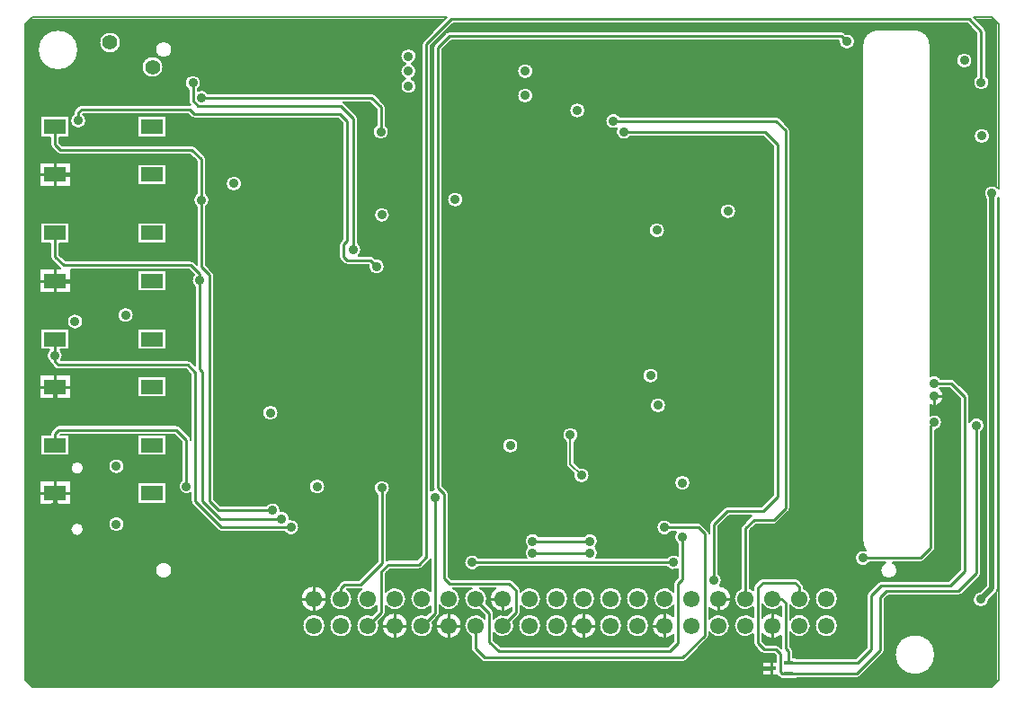
<source format=gbr>
G04 DesignSpark PCB PRO Gerber Version 10.0 Build 5299*
G04 #@! TF.Part,Single*
G04 #@! TF.FileFunction,Copper,L1,Top*
G04 #@! TF.FilePolarity,Positive*
%FSLAX35Y35*%
%MOIN*%
G04 #@! TA.AperFunction,SMDPad,CuDef*
%ADD113R,0.03543X0.01575*%
%ADD112R,0.08268X0.05512*%
G04 #@! TD.AperFunction*
%ADD80C,0.00787*%
%ADD108C,0.00984*%
%ADD14C,0.01500*%
%ADD110C,0.02165*%
G04 #@! TA.AperFunction,ViaPad*
%ADD109C,0.03543*%
%ADD13C,0.05600*%
G04 #@! TA.AperFunction,ComponentPad*
%ADD111C,0.06102*%
G04 #@! TD.AperFunction*
X0Y0D02*
D02*
D13*
X41051Y245276D03*
X56799Y236221D03*
D02*
D14*
X20677Y78150D02*
Y73328D01*
X20578Y73229D01*
X20677Y117520D02*
Y111319D01*
X24122Y107874D01*
X20677Y156890D02*
X30224D01*
X30421Y157087D01*
X20677Y196260D02*
X30618D01*
X30815Y196457D01*
X21366Y27559D02*
X22547D01*
X286326Y12993D02*
X278452D01*
X275500Y10040D01*
D02*
D80*
X9687Y251993D02*
Y8637D01*
X12286Y6038D01*
X367847D01*
X370446Y8637D01*
Y187689D01*
G75*
G02*
X370283Y187475I-2426J1681D01*
G01*
Y42717D01*
G75*
G02*
X369618Y41114I-2264J0D01*
G01*
X366827Y38323D01*
G75*
G02*
X360933Y38583I-2941J260D01*
G01*
G75*
G02*
X363625Y41524I2953J0D01*
G01*
X365756Y43655D01*
Y187475D01*
G75*
G02*
X365067Y189370I2264J1896D01*
G01*
G75*
G02*
X370446Y191052I2953J0D01*
G01*
Y251993D01*
X367847Y254593D01*
X361265D01*
X365263Y250595D01*
G75*
G02*
X365756Y249410I-1181J-1185D01*
G01*
Y232945D01*
G75*
G02*
X367035Y230512I-1673J-2433D01*
G01*
G75*
G02*
X361130I-2953J0D01*
G01*
G75*
G02*
X362409Y232945I2953J0D01*
G01*
Y248717D01*
X358862Y252264D01*
X168319D01*
X160047Y243993D01*
Y78935D01*
G75*
G02*
X161148Y79307I1476J-2557D01*
G01*
G75*
G02*
X161031Y79922I1557J615D01*
G01*
G75*
G02*
Y79925I793J2D01*
G01*
Y243504D01*
G75*
G02*
X161523Y244689I1673J0D01*
G01*
X165653Y248819D01*
G75*
G02*
X166838Y249311I1185J-1181D01*
G01*
X312311D01*
G75*
G02*
X313496Y248819I0J-1673D01*
G01*
X313742Y248573D01*
G75*
G02*
X317232Y245670I537J-2904D01*
G01*
G75*
G02*
X311326I-2953J0D01*
G01*
G75*
G02*
X311341Y245965I2953J-2D01*
G01*
X167531D01*
X164378Y242811D01*
Y80615D01*
X166053Y78939D01*
G75*
G02*
X166543Y77756I-1183J-1183D01*
G01*
G75*
G02*
Y77753I-793J-2D01*
G01*
Y47150D01*
X167531Y46162D01*
X189082D01*
G75*
G02*
X190267Y45670I0J-1673D01*
G01*
X192822Y43115D01*
G75*
G02*
X193315Y41930I-1181J-1185D01*
G01*
Y41505D01*
G75*
G02*
X200850Y38859I3303J-2646D01*
G01*
G75*
G02*
X193315Y36213I-4232J0D01*
G01*
Y33859D01*
G75*
G02*
X192822Y32674I-1673J0D01*
G01*
X190556Y30407D01*
G75*
G02*
X183275Y26263I-3939J-1549D01*
G01*
Y23528D01*
X185838Y20965D01*
X247838D01*
X250007Y23134D01*
Y25428D01*
G75*
G02*
X241795Y28859I-3390J3431D01*
G01*
G75*
G02*
X250007Y32289I4823J0D01*
G01*
Y36324D01*
G75*
G02*
X242385Y38859I-3390J2534D01*
G01*
G75*
G02*
X250007Y41393I4232J0D01*
G01*
Y44488D01*
G75*
G02*
X250500Y45673I1673J0D01*
G01*
X251583Y46756D01*
Y49930D01*
G75*
G02*
X247476Y50689I-1674J2433D01*
G01*
X177736D01*
G75*
G02*
X172350Y52363I-2433J1673D01*
G01*
G75*
G02*
X177736Y54036I2953J0D01*
G01*
X195459D01*
G75*
G02*
X195736Y58071I2285J1870D01*
G01*
G75*
G02*
X194791Y60237I2007J2165D01*
G01*
G75*
G02*
X200177Y61910I2953J0D01*
G01*
X216570D01*
G75*
G02*
X221956Y60237I2433J-1673D01*
G01*
G75*
G02*
X221011Y58071I-2953J0D01*
G01*
G75*
G02*
X221289Y54036I-2007J-2165D01*
G01*
X247476D01*
G75*
G02*
X251583Y54795I2433J-1673D01*
G01*
Y59378D01*
G75*
G02*
X250971Y63681I1673J2433D01*
G01*
X248996D01*
G75*
G02*
X243610Y65355I-2433J1673D01*
G01*
G75*
G02*
X248996Y67028I2953J0D01*
G01*
X259161D01*
G75*
G02*
X260346Y66536I0J-1673D01*
G01*
X262704Y64178D01*
G75*
G02*
X263196Y62993I-1181J-1185D01*
G01*
Y66339D01*
G75*
G02*
X263689Y67524I1673J0D01*
G01*
X268606Y72441D01*
G75*
G02*
X269791Y72933I1185J-1181D01*
G01*
X282484D01*
X287015Y77465D01*
Y206788D01*
X283272Y210531D01*
X234035D01*
G75*
G02*
X228937Y213477I-2433J1673D01*
G01*
G75*
G02*
X224712Y216142I-1272J2665D01*
G01*
G75*
G02*
X230098Y217815I2953J0D01*
G01*
X287902D01*
G75*
G02*
X289087Y217323I0J-1673D01*
G01*
X292626Y213784D01*
G75*
G02*
X293118Y212599I-1181J-1185D01*
G01*
Y72441D01*
G75*
G02*
X292626Y71256I-1673J0D01*
G01*
X288299Y66930D01*
G75*
G02*
X287114Y66437I-1185J1181D01*
G01*
X280460D01*
X278291Y64268D01*
Y42746D01*
G75*
G02*
X279535Y41925I-1673J-3887D01*
G01*
Y42914D01*
G75*
G02*
X280027Y44099I1673J0D01*
G01*
X281992Y46063D01*
G75*
G02*
X283177Y46556I1185J-1181D01*
G01*
X294984D01*
G75*
G02*
X296171Y46065I3J-1673D01*
G01*
X297746Y44491D01*
G75*
G02*
X298236Y43307I-1183J-1183D01*
G01*
G75*
G02*
Y43304I-793J-2D01*
G01*
Y42769D01*
G75*
G02*
X300850Y38859I-1618J-3911D01*
G01*
G75*
G02*
X293118Y36479I-4232J0D01*
G01*
Y31238D01*
G75*
G02*
X300850Y28859I3500J-2380D01*
G01*
G75*
G02*
X293118Y26479I-4232J0D01*
G01*
Y21166D01*
X293807Y20477D01*
G75*
G02*
X294299Y19292I-1181J-1185D01*
G01*
Y16929D01*
X295579D01*
Y16634D01*
X317523D01*
X321661Y20772D01*
Y40158D01*
G75*
G02*
X322153Y41343I1673J0D01*
G01*
X325693Y44882D01*
G75*
G02*
X326878Y45374I1185J-1181D01*
G01*
X351776D01*
X356307Y49906D01*
Y113087D01*
X352169Y117224D01*
X348996D01*
G75*
G02*
X348668Y116827I-2432J1674D01*
G01*
G75*
G02*
X345120Y110741I-2105J-2850D01*
G01*
Y106907D01*
G75*
G02*
X349515Y104331I1443J-2576D01*
G01*
G75*
G02*
X347055Y101419I-2953J0D01*
G01*
Y57874D01*
G75*
G02*
X346563Y56689I-1673J0D01*
G01*
X342743Y52869D01*
G75*
G02*
X341282Y52264I-1298J1068D01*
G01*
X331162D01*
G75*
G02*
X332980Y49409I-1331J-2855D01*
G01*
G75*
G02*
X326681I-3150J0D01*
G01*
G75*
G02*
X328500Y52264I3150J0D01*
G01*
X322617D01*
G75*
G02*
X317232Y53937I-2433J1674D01*
G01*
G75*
G02*
X321333Y56658I2953J0D01*
G01*
G75*
G02*
X320053Y60236I4364J3578D01*
G01*
Y244488D01*
G75*
G02*
X325697Y250132I5644J0D01*
G01*
X339476D01*
G75*
G02*
X345120Y244488I0J-5644D01*
G01*
Y121474D01*
G75*
G02*
X348996Y120571I1443J-2576D01*
G01*
X352862D01*
G75*
G02*
X354047Y120079I0J-1673D01*
G01*
X359161Y114965D01*
G75*
G02*
X359654Y113780I-1181J-1185D01*
G01*
Y104437D01*
G75*
G02*
X365264Y103150I2657J-1287D01*
G01*
G75*
G02*
X363984Y100717I-2953J0D01*
G01*
Y48426D01*
G75*
G02*
X363492Y47241I-1673J0D01*
G01*
X356803Y40552D01*
G75*
G02*
X355618Y40059I-1185J1181D01*
G01*
X329539D01*
X328157Y38678D01*
Y19685D01*
G75*
G02*
X327665Y18500I-1673J0D01*
G01*
X319007Y9843D01*
G75*
G02*
X317822Y9351I-1185J1181D01*
G01*
X295579D01*
Y9055D01*
X289673D01*
Y9458D01*
G75*
G02*
X289078Y9843I591J1566D01*
G01*
X288488Y10433D01*
X282783D01*
Y15551D01*
X287803D01*
Y17811D01*
X287208Y18406D01*
X283570D01*
G75*
G02*
X282385Y18898I0J1673D01*
G01*
X280027Y21256D01*
G75*
G02*
X279535Y22441I1181J1185D01*
G01*
Y25793D01*
G75*
G02*
X272385Y28859I-2917J3066D01*
G01*
G75*
G02*
X279535Y31925I4232J0D01*
G01*
Y35793D01*
G75*
G02*
X272385Y38859I-2917J3066D01*
G01*
G75*
G02*
X274944Y42746I4232J0D01*
G01*
Y64961D01*
G75*
G02*
X275437Y66146I1673J0D01*
G01*
X278582Y69292D01*
G75*
G02*
X278980Y69587I1185J-1181D01*
G01*
X270484D01*
X266543Y65646D01*
Y48103D01*
G75*
G02*
X267036Y43663I-1673J-2433D01*
G01*
G75*
G02*
X271441Y38859I-419J-4805D01*
G01*
G75*
G02*
X263196Y35459I-4823J0D01*
G01*
Y31350D01*
G75*
G02*
X270850Y28859I3421J-2491D01*
G01*
G75*
G02*
X263196Y26367I-4232J0D01*
G01*
Y25197D01*
G75*
G02*
X262704Y24012I-1673J0D01*
G01*
X254441Y15748D01*
G75*
G02*
X253256Y15256I-1185J1181D01*
G01*
X180027D01*
G75*
G02*
X178842Y15748I0J1673D01*
G01*
X175303Y19288D01*
G75*
G02*
X174811Y20473I1181J1185D01*
G01*
Y25031D01*
G75*
G02*
X172385Y28859I1807J3827D01*
G01*
G75*
G02*
X179929Y31495I4232J0D01*
G01*
Y32788D01*
X177893Y34823D01*
G75*
G02*
X175115Y42815I-1276J4035D01*
G01*
X168120D01*
G75*
G02*
X170850Y38859I-1502J-3957D01*
G01*
G75*
G02*
X163196Y36367I-4232J0D01*
G01*
Y33465D01*
G75*
G02*
X162704Y32280I-1673J0D01*
G01*
X160630Y30206D01*
G75*
G02*
X160850Y28859I-4013J-1347D01*
G01*
G75*
G02*
X152385I-4232J0D01*
G01*
G75*
G02*
X158393Y32701I4232J0D01*
G01*
X159850Y34158D01*
Y36126D01*
G75*
G02*
X152385Y38859I-3232J2732D01*
G01*
G75*
G02*
X159850Y41591I4232J0D01*
G01*
Y53544D01*
G75*
G02*
X159557Y53148I-1476J788D01*
G01*
X156801Y50392D01*
G75*
G02*
X155614Y49902I-1183J1183D01*
G01*
X144893D01*
X143315Y48323D01*
Y41505D01*
G75*
G02*
X150850Y38859I3303J-2646D01*
G01*
G75*
G02*
X143315Y36213I-4232J0D01*
G01*
Y33859D01*
G75*
G02*
X142822Y32674I-1673J0D01*
G01*
X140556Y30407D01*
G75*
G02*
X140850Y28859I-3939J-1549D01*
G01*
G75*
G02*
X132385I-4232J0D01*
G01*
G75*
G02*
X138200Y32784I4232J0D01*
G01*
X139968Y34552D01*
Y36273D01*
G75*
G02*
X132385Y38859I-3350J2586D01*
G01*
G75*
G02*
X134450Y42494I4232J0D01*
G01*
G75*
G02*
X133964Y42422I-486J1602D01*
G01*
X128902D01*
G75*
G02*
X130850Y38859I-2284J-3563D01*
G01*
G75*
G02*
X122385I-4232J0D01*
G01*
G75*
G02*
X125008Y42773I4232J0D01*
G01*
G75*
G02*
X125500Y43902I1672J-57D01*
G01*
X126874Y45276D01*
G75*
G02*
X128059Y45768I1185J-1181D01*
G01*
X133271D01*
X140165Y52662D01*
Y77489D01*
G75*
G02*
X138885Y79922I1673J2433D01*
G01*
G75*
G02*
X144791I2953J0D01*
G01*
G75*
G02*
X143511Y77489I-2953J0D01*
G01*
Y53100D01*
G75*
G02*
X144200Y53248I689J-1525D01*
G01*
X154925D01*
X156700Y55024D01*
Y244685D01*
G75*
G02*
X157193Y245870I1673J0D01*
G01*
X165915Y254593D01*
X12286D01*
X9687Y251993D01*
X361326Y210630D02*
G75*
G02*
X367232I2953J0D01*
G01*
G75*
G02*
X361326I-2953J0D01*
G01*
X354830Y238583D02*
G75*
G02*
X360736I2953J0D01*
G01*
G75*
G02*
X354830I-2953J0D01*
G01*
X186523Y95670D02*
G75*
G02*
X192429I2953J0D01*
G01*
G75*
G02*
X186523I-2953J0D01*
G01*
X192035Y225591D02*
G75*
G02*
X197941I2953J0D01*
G01*
G75*
G02*
X192035I-2953J0D01*
G01*
Y234646D02*
G75*
G02*
X197941I2953J0D01*
G01*
G75*
G02*
X192035I-2953J0D01*
G01*
X215201Y87526D02*
G75*
G02*
X218807Y84646I653J-2880D01*
G01*
G75*
G02*
X212901I-2953J0D01*
G01*
G75*
G02*
X212974Y85299I2953J1D01*
G01*
X210607Y87666D01*
G75*
G02*
X210146Y88780I1113J1114D01*
G01*
Y97109D01*
G75*
G02*
X208768Y99607I1575J2498D01*
G01*
G75*
G02*
X214673I2953J0D01*
G01*
G75*
G02*
X213295Y97109I-2953J0D01*
G01*
Y89432D01*
X215201Y87526D01*
X211326Y220079D02*
G75*
G02*
X217232I2953J0D01*
G01*
G75*
G02*
X211326I-2953J0D01*
G01*
X302385Y28859D02*
G75*
G02*
X310850I4232J0D01*
G01*
G75*
G02*
X302385I-4232J0D01*
G01*
Y38859D02*
G75*
G02*
X310850I4232J0D01*
G01*
G75*
G02*
X302385I-4232J0D01*
G01*
X166051Y187008D02*
G75*
G02*
X171956I2953J0D01*
G01*
G75*
G02*
X166051I-2953J0D01*
G01*
X192385Y28859D02*
G75*
G02*
X200850I4232J0D01*
G01*
G75*
G02*
X192385I-4232J0D01*
G01*
X202385D02*
G75*
G02*
X210850I4232J0D01*
G01*
G75*
G02*
X202385I-4232J0D01*
G01*
Y38859D02*
G75*
G02*
X210850I4232J0D01*
G01*
G75*
G02*
X202385I-4232J0D01*
G01*
X211795Y28859D02*
G75*
G02*
X221441I4823J0D01*
G01*
G75*
G02*
X211795I-4823J0D01*
G01*
X212385Y38859D02*
G75*
G02*
X220850I4232J0D01*
G01*
G75*
G02*
X212385I-4232J0D01*
G01*
X222385Y28859D02*
G75*
G02*
X230850I4232J0D01*
G01*
G75*
G02*
X222385I-4232J0D01*
G01*
Y38859D02*
G75*
G02*
X230850I4232J0D01*
G01*
G75*
G02*
X222385I-4232J0D01*
G01*
X232385Y28859D02*
G75*
G02*
X240850I4232J0D01*
G01*
G75*
G02*
X232385I-4232J0D01*
G01*
Y38859D02*
G75*
G02*
X240850I4232J0D01*
G01*
G75*
G02*
X232385I-4232J0D01*
G01*
X238492Y121654D02*
G75*
G02*
X244398I2953J0D01*
G01*
G75*
G02*
X238492I-2953J0D01*
G01*
X241248Y110630D02*
G75*
G02*
X247154I2953J0D01*
G01*
G75*
G02*
X241248I-2953J0D01*
G01*
X240854Y175591D02*
G75*
G02*
X246760I2953J0D01*
G01*
G75*
G02*
X240854I-2953J0D01*
G01*
X250303Y81890D02*
G75*
G02*
X256209I2953J0D01*
G01*
G75*
G02*
X250303I-2953J0D01*
G01*
X267232Y182678D02*
G75*
G02*
X273138I2953J0D01*
G01*
G75*
G02*
X267232I-2953J0D01*
G01*
X331996Y18110D02*
G75*
G02*
X346957I7480J0D01*
G01*
G75*
G02*
X331996I-7480J0D01*
G01*
X161795Y28859D02*
G75*
G02*
X171441I4823J0D01*
G01*
G75*
G02*
X161795I-4823J0D01*
G01*
X141795D02*
G75*
G02*
X151441I4823J0D01*
G01*
G75*
G02*
X141795I-4823J0D01*
G01*
X14279Y242520D02*
G75*
G02*
X29240I7480J0D01*
G01*
G75*
G02*
X14279I-7480J0D01*
G01*
X14772Y82677D02*
X26583D01*
Y73622D01*
X14772D01*
Y82677D01*
X26398Y64606D02*
G75*
G02*
X31319I2461J0D01*
G01*
G75*
G02*
X26398I-2461J0D01*
G01*
X14772Y122047D02*
X26583D01*
Y112992D01*
X14772D01*
Y122047D01*
X107575Y68246D02*
G75*
G02*
X111130Y65355I602J-2891D01*
G01*
G75*
G02*
X105744Y63681I-2953J0D01*
G01*
X82389D01*
G75*
G02*
X81204Y64174I0J1673D01*
G01*
X71563Y73815D01*
G75*
G02*
X71070Y75000I1181J1185D01*
G01*
Y78079D01*
G75*
G02*
X67724Y82945I-1673J2433D01*
G01*
Y97142D01*
X64965Y99902D01*
X22748D01*
X22649Y99803D01*
X25992D01*
Y91929D01*
X15362D01*
Y99803D01*
X19004D01*
Y100194D01*
G75*
G02*
Y100196I793J2D01*
G01*
G75*
G02*
Y100197I683J0D01*
G01*
G75*
G02*
X19494Y101380I1673J0D01*
G01*
X20872Y102758D01*
G75*
G02*
X22058Y103248I1183J-1183D01*
G01*
X65658D01*
G75*
G02*
X66843Y102756I0J-1673D01*
G01*
X70579Y99020D01*
G75*
G02*
X71070Y97871I-1181J-1185D01*
G01*
Y122142D01*
X69295Y123917D01*
X21858D01*
G75*
G02*
X20673Y124409I0J1673D01*
G01*
X19496Y125587D01*
G75*
G02*
X19010Y126632I1181J1185D01*
G01*
G75*
G02*
X18571Y131299I1569J2502D01*
G01*
X15362D01*
Y139173D01*
X25992D01*
Y131299D01*
X22586D01*
G75*
G02*
X22864Y127264I-2007J-2165D01*
G01*
X69984D01*
G75*
G02*
X71171Y126774I3J-1673D01*
G01*
X72645Y125299D01*
Y154654D01*
G75*
G02*
X72154Y159095I1673J2433D01*
G01*
X70323Y160926D01*
X26583D01*
Y152362D01*
X14772D01*
Y161417D01*
X22642D01*
X22642Y161418D01*
X19496Y164563D01*
G75*
G02*
X19004Y165748I1181J1185D01*
G01*
Y170669D01*
X15362D01*
Y178543D01*
X25992D01*
Y170669D01*
X22350D01*
Y166441D01*
X24520Y164272D01*
X71016D01*
G75*
G02*
X72201Y163780I0J-1673D01*
G01*
X73236Y162745D01*
Y184378D01*
G75*
G02*
Y189244I1673J2433D01*
G01*
Y201276D01*
X70672Y203839D01*
X22547D01*
G75*
G02*
X21362Y204331I0J1673D01*
G01*
X19496Y206197D01*
G75*
G02*
X19004Y207382I1181J1185D01*
G01*
Y210039D01*
X15362D01*
Y217913D01*
X25992D01*
Y210039D01*
X22350D01*
Y208075D01*
X23240Y207185D01*
X71365D01*
G75*
G02*
X72550Y206693I0J-1673D01*
G01*
X76090Y203154D01*
G75*
G02*
X76582Y201969I-1181J-1185D01*
G01*
Y189244D01*
G75*
G02*
Y184378I-1673J-2433D01*
G01*
Y162701D01*
X79043Y160241D01*
G75*
G02*
X79535Y159056I-1181J-1185D01*
G01*
Y75693D01*
X81901Y73327D01*
X98854Y73327D01*
G75*
G02*
X104240Y71654I2433J-1673D01*
G01*
G75*
G02*
X104231Y71430I-2953J2D01*
G01*
G75*
G02*
X107586Y68504I402J-2925D01*
G01*
G75*
G02*
X107575Y68246I-2951J1D01*
G01*
X51189Y121457D02*
X61819D01*
Y113583D01*
X51189D01*
Y121457D01*
X43885Y144134D02*
G75*
G02*
X49791I2953J0D01*
G01*
G75*
G02*
X43885I-2953J0D01*
G01*
X51189Y139173D02*
X61819D01*
Y131299D01*
X51189D01*
Y139173D01*
Y160827D02*
X61819D01*
Y152953D01*
X51189D01*
Y160827D01*
X25106Y141733D02*
G75*
G02*
X31011I2953J0D01*
G01*
G75*
G02*
X25106I-2953J0D01*
G01*
X51189Y178543D02*
X61819D01*
Y170669D01*
X51189D01*
Y178543D01*
Y200197D02*
X61819D01*
Y192323D01*
X51189D01*
Y200197D01*
X26398Y87362D02*
G75*
G02*
X31319I2461J0D01*
G01*
G75*
G02*
X26398I-2461J0D01*
G01*
X40460Y66536D02*
G75*
G02*
X46366I2953J0D01*
G01*
G75*
G02*
X40460I-2953J0D01*
G01*
Y87993D02*
G75*
G02*
X46366I2953J0D01*
G01*
G75*
G02*
X40460I-2953J0D01*
G01*
X51189Y82087D02*
X61819D01*
Y74213D01*
X51189D01*
Y82087D01*
X57783Y49409D02*
G75*
G02*
X64082I3150J0D01*
G01*
G75*
G02*
X57783I-3150J0D01*
G01*
X51189Y99803D02*
X61819D01*
Y91929D01*
X51189D01*
Y99803D01*
X14772Y200787D02*
X26583D01*
Y191732D01*
X14772D01*
Y200787D01*
X143118Y214657D02*
G75*
G02*
X144397Y212224I-1673J-2433D01*
G01*
G75*
G02*
X138492I-2953J0D01*
G01*
G75*
G02*
X139771Y214657I2953J0D01*
G01*
Y220567D01*
X137208Y223130D01*
X127468D01*
G75*
G02*
X127866Y222835I-788J-1476D01*
G01*
X132389Y218311D01*
G75*
G02*
X132881Y217126I-1181J-1185D01*
G01*
Y170937D01*
G75*
G02*
X133104Y166241I-1673J-2433D01*
G01*
X137507D01*
G75*
G02*
X138693Y165748I0J-1673D01*
G01*
X139333Y165109D01*
G75*
G02*
X142822Y162205I537J-2904D01*
G01*
G75*
G02*
X136917I-2953J0D01*
G01*
G75*
G02*
X136966Y162742I2952J0D01*
G01*
X136815Y162894D01*
X128846D01*
G75*
G02*
X127661Y163386I0J1673D01*
G01*
X126484Y164563D01*
G75*
G02*
X125992Y165748I1181J1185D01*
G01*
Y170276D01*
G75*
G02*
X126484Y171461I1673J0D01*
G01*
X127370Y172347D01*
Y215449D01*
X125594Y217225D01*
X72157D01*
G75*
G02*
X70970Y217715I-3J1673D01*
G01*
X69885Y218800D01*
X31114D01*
X31014Y218700D01*
G75*
G02*
X32193Y216339I-1774J-2361D01*
G01*
G75*
G02*
X26287I-2953J0D01*
G01*
G75*
G02*
X27567Y218772I2953J0D01*
G01*
Y219292D01*
G75*
G02*
X28059Y220477I1673J0D01*
G01*
X29236Y221654D01*
G75*
G02*
X30421Y222146I1185J-1181D01*
G01*
X70575D01*
G75*
G02*
X70901Y222115I3J-1674D01*
G01*
X70578Y222437D01*
G75*
G02*
X70086Y223622I1181J1185D01*
G01*
Y227882D01*
G75*
G02*
X68807Y230315I1673J2433D01*
G01*
G75*
G02*
X74712I2953J0D01*
G01*
G75*
G02*
X73433Y227882I-2953J0D01*
G01*
Y227361D01*
G75*
G02*
X77342Y226477I1476J-2557D01*
G01*
X137901D01*
G75*
G02*
X139086Y225985I0J-1673D01*
G01*
X142626Y222445D01*
G75*
G02*
X143118Y221260I-1181J-1185D01*
G01*
Y214657D01*
X141838Y184252D02*
G75*
G02*
X144791Y181299I0J-2953D01*
G01*
G75*
G02*
X141838Y178346I-2953J0D01*
G01*
G75*
G02*
X138885Y181299I0J2953D01*
G01*
G75*
G02*
X141838Y184252I2953J0D01*
G01*
X84007Y192914D02*
G75*
G02*
X89913I2953J0D01*
G01*
G75*
G02*
X84007I-2953J0D01*
G01*
X97547Y107874D02*
G75*
G02*
X103452I2953J0D01*
G01*
G75*
G02*
X97547I-2953J0D01*
G01*
X111795Y38859D02*
G75*
G02*
X121441I4823J0D01*
G01*
G75*
G02*
X111795I-4823J0D01*
G01*
X112385Y28859D02*
G75*
G02*
X120850I4232J0D01*
G01*
G75*
G02*
X112385I-4232J0D01*
G01*
X114870Y80512D02*
G75*
G02*
X120775I2953J0D01*
G01*
G75*
G02*
X114870I-2953J0D01*
G01*
X122385Y28859D02*
G75*
G02*
X130850I4232J0D01*
G01*
G75*
G02*
X122385I-4232J0D01*
G01*
X51189Y217913D02*
X61819D01*
Y210039D01*
X51189D01*
Y217913D01*
X37070Y245276D02*
G75*
G02*
X45032I3981J0D01*
G01*
G75*
G02*
X37070I-3981J0D01*
G01*
X52818Y236221D02*
G75*
G02*
X60780I3981J0D01*
G01*
G75*
G02*
X52818I-3981J0D01*
G01*
X57783Y242717D02*
G75*
G02*
X64083I3150J0D01*
G01*
G75*
G02*
X57783I-3150J0D01*
G01*
X148728Y240158D02*
G75*
G02*
X154633I2953J0D01*
G01*
G75*
G02*
X152741Y237402I-2953J0D01*
G01*
G75*
G02*
Y231891I-1060J-2756D01*
G01*
G75*
G02*
X154633Y229135I-1060J-2756D01*
G01*
G75*
G02*
X148728I-2953J0D01*
G01*
G75*
G02*
X150620Y231891I2953J0D01*
G01*
G75*
G02*
Y237402I1060J2756D01*
G01*
G75*
G02*
X148728Y240158I1060J2756D01*
G01*
X10080Y18110D02*
G36*
X10080Y18110D02*
Y8244D01*
X11893Y6431D01*
X368241D01*
X370053Y8244D01*
Y18110D01*
X346957D01*
G75*
G02*
X331996I-7480J0D01*
G01*
X327275D01*
X319007Y9843D01*
X318464Y9479D01*
X317822Y9351D01*
X295579D01*
Y9055D01*
X289673D01*
Y9458D01*
X289078Y9843D01*
X288488Y10433D01*
X282783D01*
Y15551D01*
X287803D01*
Y17811D01*
X287504Y18110D01*
X256802D01*
X254441Y15748D01*
X253897Y15384D01*
X253256Y15256D01*
X180027D01*
X179386Y15384D01*
X178842Y15748D01*
X176480Y18110D01*
X10080D01*
G37*
X294299D02*
G36*
X294299Y18110D02*
Y16929D01*
X295579D01*
Y16634D01*
X317523D01*
X318999Y18110D01*
X294299D01*
G37*
X10080Y28859D02*
G36*
X10080Y28859D02*
Y18110D01*
X176480D01*
X175303Y19288D01*
X174939Y19831D01*
X174811Y20473D01*
Y25031D01*
X173999Y25533D01*
X173321Y26204D01*
X172810Y27010D01*
X172493Y27910D01*
X172385Y28859D01*
X171441D01*
G75*
G02*
X161795I-4823J0D01*
G01*
X160850D01*
X160706Y27763D01*
X160283Y26743D01*
X159611Y25866D01*
X158734Y25193D01*
X157713Y24770D01*
X156618Y24626D01*
X155523Y24770D01*
X154502Y25193D01*
X153626Y25866D01*
X152953Y26742D01*
X152530Y27763D01*
X152385Y28859D01*
X151441D01*
G75*
G02*
X141795I-4823J0D01*
G01*
X140850D01*
X140706Y27763D01*
X140283Y26743D01*
X139611Y25866D01*
X138734Y25193D01*
X137713Y24770D01*
X136618Y24626D01*
X135523Y24770D01*
X134502Y25193D01*
X133626Y25866D01*
X132953Y26742D01*
X132530Y27763D01*
X132385Y28859D01*
X130850D01*
G75*
G02*
X122385I-4232J0D01*
G01*
X120850D01*
G75*
G02*
X112385I-4232J0D01*
G01*
X10080D01*
G37*
X183275Y26263D02*
G36*
X183275Y26263D02*
Y23528D01*
X185838Y20965D01*
X247838D01*
X250007Y23134D01*
Y25428D01*
X249115Y24733D01*
X248086Y24265D01*
X246976Y24049D01*
X245846Y24098D01*
X244759Y24409D01*
X243774Y24964D01*
X242945Y25733D01*
X242319Y26674D01*
X241928Y27735D01*
X241795Y28859D01*
X240850D01*
G75*
G02*
X232385I-4232J0D01*
G01*
X230850D01*
G75*
G02*
X222385I-4232J0D01*
G01*
X221441D01*
G75*
G02*
X211795I-4823J0D01*
G01*
X210850D01*
G75*
G02*
X202385I-4232J0D01*
G01*
X200850D01*
G75*
G02*
X192385I-4232J0D01*
G01*
X190815D01*
X190806Y28249D01*
X190509Y27194D01*
X189951Y26251D01*
X189170Y25482D01*
X188218Y24940D01*
X187158Y24661D01*
X186063Y24663D01*
X185004Y24946D01*
X184054Y25491D01*
X183275Y26263D01*
G37*
X262704Y24012D02*
G36*
X262704Y24012D02*
X256802Y18110D01*
X287504D01*
X287208Y18406D01*
X283570D01*
X282929Y18534D01*
X282385Y18898D01*
X280027Y21256D01*
X279663Y21800D01*
X279535Y22441D01*
Y25793D01*
X278652Y25148D01*
X277634Y24750D01*
X276548Y24627D01*
X275466Y24786D01*
X274461Y25217D01*
X273600Y25891D01*
X272941Y26763D01*
X272527Y27774D01*
X272385Y28859D01*
X270850D01*
X270717Y27807D01*
X270327Y26820D01*
X269704Y25962D01*
X268887Y25286D01*
X267928Y24834D01*
X266886Y24635D01*
X265828Y24700D01*
X264819Y25027D01*
X263923Y25594D01*
X263196Y26367D01*
Y25197D01*
X263069Y24556D01*
X262704Y24012D01*
G37*
X293118Y26479D02*
G36*
X293118Y26479D02*
Y21166D01*
X293807Y20477D01*
X294171Y19933D01*
X294299Y19292D01*
Y18110D01*
X318999D01*
X321661Y20772D01*
Y28859D01*
X310850D01*
G75*
G02*
X302385I-4232J0D01*
G01*
X300850D01*
X300714Y27793D01*
X300314Y26796D01*
X299676Y25933D01*
X298841Y25257D01*
X297863Y24813D01*
X296804Y24630D01*
X295734Y24719D01*
X294721Y25075D01*
X293830Y25674D01*
X293118Y26479D01*
G37*
X327665Y18500D02*
G36*
X327665Y18500D02*
X327275Y18110D01*
X331996D01*
G75*
G02*
X346957I7480J0D01*
G01*
X370053D01*
Y28859D01*
X328157D01*
Y19685D01*
X328029Y19044D01*
X327665Y18500D01*
G37*
X10080Y38859D02*
G36*
X10080Y38859D02*
Y28859D01*
X112385D01*
G75*
G02*
X120850I4232J0D01*
G01*
X122385D01*
G75*
G02*
X130850I4232J0D01*
G01*
X132385D01*
X132511Y29882D01*
X132880Y30845D01*
X133472Y31690D01*
X134250Y32367D01*
X135168Y32835D01*
X136173Y33068D01*
X137204Y33050D01*
X138200Y32784D01*
X139968Y34552D01*
Y36273D01*
X139230Y35528D01*
X138331Y34989D01*
X137327Y34686D01*
X136279Y34640D01*
X135252Y34853D01*
X134309Y35311D01*
X133508Y35988D01*
X132898Y36841D01*
X132516Y37817D01*
X132385Y38859D01*
X130850D01*
X130706Y37763D01*
X130283Y36743D01*
X129611Y35866D01*
X128734Y35193D01*
X127713Y34770D01*
X126618Y34626D01*
X125523Y34770D01*
X124502Y35193D01*
X123626Y35866D01*
X122953Y36742D01*
X122530Y37763D01*
X122385Y38859D01*
X121441D01*
G75*
G02*
X111795I-4823J0D01*
G01*
X10080D01*
G37*
X140556Y30407D02*
G36*
X140556Y30407D02*
X140776Y29647D01*
X140850Y28859D01*
X141795D01*
G75*
G02*
X151441I4823J0D01*
G01*
X152385D01*
X152517Y29907D01*
X152905Y30891D01*
X153524Y31748D01*
X154337Y32424D01*
X155292Y32878D01*
X156329Y33081D01*
X157385Y33021D01*
X158393Y32701D01*
X159850Y34158D01*
Y36126D01*
X159000Y35361D01*
X157977Y34850D01*
X156854Y34633D01*
X155714Y34724D01*
X154639Y35117D01*
X153709Y35783D01*
X152992Y36674D01*
X152539Y37725D01*
X152385Y38859D01*
X150850D01*
X150722Y37826D01*
X150346Y36855D01*
X149744Y36005D01*
X148952Y35328D01*
X148020Y34865D01*
X147003Y34644D01*
X145962Y34677D01*
X144961Y34964D01*
X144061Y35486D01*
X143315Y36213D01*
Y33859D01*
X143187Y33217D01*
X142822Y32674D01*
X140556Y30407D01*
G37*
X160630Y30206D02*
G36*
X160630Y30206D02*
X160794Y29541D01*
X160850Y28859D01*
X161795D01*
G75*
G02*
X171441I4823J0D01*
G01*
X172385D01*
X172514Y29893D01*
X172891Y30865D01*
X173494Y31715D01*
X174287Y32391D01*
X175221Y32854D01*
X176240Y33074D01*
X177282Y33039D01*
X178283Y32750D01*
X179184Y32224D01*
X179929Y31495D01*
Y32788D01*
X177893Y34823D01*
X176825Y34631D01*
X175744Y34718D01*
X174720Y35076D01*
X173820Y35683D01*
X173105Y36498D01*
X172620Y37469D01*
X172398Y38531D01*
X172415Y38859D01*
X170850D01*
X170717Y37807D01*
X170327Y36820D01*
X169704Y35962D01*
X168887Y35286D01*
X167928Y34834D01*
X166886Y34635D01*
X165828Y34700D01*
X164819Y35027D01*
X163923Y35594D01*
X163196Y36367D01*
Y33465D01*
X163069Y32824D01*
X162704Y32280D01*
X160630Y30206D01*
G37*
X190822Y29344D02*
G36*
X190822Y29344D02*
X190815Y28859D01*
X192385D01*
G75*
G02*
X200850I4232J0D01*
G01*
X202385D01*
G75*
G02*
X210850I4232J0D01*
G01*
X211795D01*
G75*
G02*
X221441I4823J0D01*
G01*
X222385D01*
G75*
G02*
X230850I4232J0D01*
G01*
X232385D01*
G75*
G02*
X240850I4232J0D01*
G01*
X241795D01*
X241928Y29981D01*
X242318Y31043D01*
X242945Y31984D01*
X243774Y32753D01*
X244759Y33308D01*
X245846Y33619D01*
X246975Y33668D01*
X248085Y33452D01*
X249114Y32984D01*
X250007Y32289D01*
Y36324D01*
X249275Y35565D01*
X248378Y35009D01*
X247371Y34694D01*
X246318Y34637D01*
X245283Y34842D01*
X244331Y35297D01*
X243521Y35974D01*
X242904Y36829D01*
X242517Y37811D01*
X242385Y38859D01*
X240850D01*
G75*
G02*
X232385I-4232J0D01*
G01*
X230850D01*
G75*
G02*
X222385I-4232J0D01*
G01*
X220850D01*
G75*
G02*
X212385I-4232J0D01*
G01*
X210850D01*
G75*
G02*
X202385I-4232J0D01*
G01*
X200850D01*
X200722Y37826D01*
X200346Y36855D01*
X199744Y36005D01*
X198952Y35328D01*
X198020Y34865D01*
X197003Y34644D01*
X195962Y34677D01*
X194961Y34964D01*
X194061Y35486D01*
X193315Y36213D01*
Y33859D01*
X193187Y33217D01*
X192822Y32674D01*
X190556Y30407D01*
X190822Y29344D01*
G37*
X263196Y35459D02*
G36*
X263196Y35459D02*
Y31350D01*
X263923Y32122D01*
X264819Y32689D01*
X265828Y33016D01*
X266886Y33082D01*
X267927Y32883D01*
X268886Y32431D01*
X269703Y31755D01*
X270326Y30897D01*
X270716Y29911D01*
X270850Y28859D01*
X272385D01*
X272527Y29943D01*
X272941Y30954D01*
X273600Y31826D01*
X274461Y32500D01*
X275466Y32931D01*
X276547Y33090D01*
X277633Y32967D01*
X278652Y32570D01*
X279535Y31925D01*
Y35793D01*
X278652Y35148D01*
X277634Y34750D01*
X276548Y34627D01*
X275466Y34786D01*
X274461Y35217D01*
X273600Y35891D01*
X272941Y36763D01*
X272527Y37774D01*
X272385Y38859D01*
X271441D01*
X271307Y37731D01*
X270914Y36667D01*
X270282Y35723D01*
X269448Y34954D01*
X268457Y34400D01*
X267363Y34094D01*
X266229Y34052D01*
X265116Y34276D01*
X264086Y34754D01*
X263196Y35459D01*
G37*
X293118Y36479D02*
G36*
X293118Y36479D02*
Y31238D01*
X293829Y32043D01*
X294720Y32642D01*
X295734Y32998D01*
X296804Y33087D01*
X297862Y32904D01*
X298840Y32461D01*
X299675Y31785D01*
X300313Y30922D01*
X300714Y29925D01*
X300850Y28859D01*
X302385D01*
G75*
G02*
X310850I4232J0D01*
G01*
X321661D01*
Y38859D01*
X310850D01*
G75*
G02*
X302385I-4232J0D01*
G01*
X300850D01*
X300714Y37793D01*
X300314Y36796D01*
X299676Y35933D01*
X298841Y35257D01*
X297863Y34813D01*
X296804Y34630D01*
X295734Y34719D01*
X294721Y35075D01*
X293830Y35674D01*
X293118Y36479D01*
G37*
X328157Y38678D02*
G36*
X328157Y38678D02*
Y28859D01*
X370053D01*
Y38859D01*
X367363D01*
X366827Y38323D01*
X366613Y37451D01*
X366146Y36683D01*
X365470Y36092D01*
X364648Y35730D01*
X363756Y35633D01*
X362875Y35809D01*
X362087Y36241D01*
X361467Y36890D01*
X361069Y37695D01*
X360933Y38583D01*
X360974Y38859D01*
X328338D01*
X328157Y38678D01*
G37*
X10080Y49409D02*
G36*
X10080Y49409D02*
Y38859D01*
X111795D01*
G75*
G02*
X121441I4823J0D01*
G01*
X122385D01*
X122503Y39849D01*
X122848Y40784D01*
X123404Y41612D01*
X124137Y42288D01*
X125008Y42773D01*
X125146Y43385D01*
X125500Y43902D01*
X126874Y45276D01*
X127417Y45640D01*
X128059Y45768D01*
X133271D01*
X136913Y49409D01*
X64082D01*
G75*
G02*
X57783I-3150J0D01*
G01*
X10080D01*
G37*
X128902Y42422D02*
G36*
X128902Y42422D02*
X129713Y41745D01*
X130331Y40889D01*
X130718Y39906D01*
X130850Y38859D01*
X132385D01*
X132526Y39940D01*
X132938Y40949D01*
X133594Y41819D01*
X134450Y42494D01*
X133964Y42422D01*
X128902D01*
G37*
X143315Y48323D02*
G36*
X143315Y48323D02*
Y41505D01*
X144061Y42231D01*
X144961Y42753D01*
X145962Y43040D01*
X147003Y43073D01*
X148020Y42852D01*
X148952Y42389D01*
X149743Y41712D01*
X150345Y40863D01*
X150722Y39892D01*
X150850Y38859D01*
X152385D01*
X152540Y39992D01*
X152993Y41043D01*
X153710Y41933D01*
X154639Y42600D01*
X155713Y42993D01*
X156854Y43085D01*
X157976Y42867D01*
X159000Y42357D01*
X159850Y41591D01*
Y49409D01*
X144401D01*
X143315Y48323D01*
G37*
X166543Y49409D02*
G36*
X166543Y49409D02*
Y47150D01*
X167531Y46162D01*
X189082D01*
X189724Y46034D01*
X190267Y45670D01*
X192822Y43115D01*
X193187Y42571D01*
X193315Y41930D01*
Y41505D01*
X194061Y42231D01*
X194961Y42753D01*
X195962Y43040D01*
X197003Y43073D01*
X198020Y42852D01*
X198952Y42389D01*
X199743Y41712D01*
X200345Y40863D01*
X200722Y39892D01*
X200850Y38859D01*
X202385D01*
G75*
G02*
X210850I4232J0D01*
G01*
X212385D01*
G75*
G02*
X220850I4232J0D01*
G01*
X222385D01*
G75*
G02*
X230850I4232J0D01*
G01*
X232385D01*
G75*
G02*
X240850I4232J0D01*
G01*
X242385D01*
X242517Y39906D01*
X242903Y40887D01*
X243520Y41743D01*
X244330Y42420D01*
X245282Y42875D01*
X246317Y43080D01*
X247371Y43024D01*
X248378Y42708D01*
X249275Y42153D01*
X250007Y41393D01*
Y44488D01*
X250135Y45130D01*
X250500Y45673D01*
X251583Y46756D01*
Y49409D01*
X166543D01*
G37*
X168120Y42815D02*
G36*
X168120Y42815D02*
X169023Y42341D01*
X169786Y41665D01*
X170365Y40825D01*
X170727Y39872D01*
X170850Y38859D01*
X172415D01*
X172454Y39615D01*
X172783Y40649D01*
X173364Y41565D01*
X174159Y42303D01*
X175115Y42815D01*
X168120D01*
G37*
X266543Y49409D02*
G36*
X266543Y49409D02*
Y48103D01*
X267161Y47532D01*
X267593Y46811D01*
X267804Y45996D01*
X267777Y45155D01*
X267514Y44356D01*
X267036Y43663D01*
X268200Y43415D01*
X269267Y42889D01*
X270173Y42117D01*
X270862Y41148D01*
X271293Y40039D01*
X271441Y38859D01*
X272385D01*
X272500Y39835D01*
X272836Y40759D01*
X273377Y41581D01*
X274093Y42255D01*
X274944Y42746D01*
Y49409D01*
X266543D01*
G37*
X278291D02*
G36*
X278291Y49409D02*
Y42746D01*
X278949Y42391D01*
X279535Y41925D01*
Y42914D01*
X279663Y43555D01*
X280027Y44099D01*
X281992Y46063D01*
X282535Y46428D01*
X283177Y46556D01*
X294984D01*
X295626Y46429D01*
X296171Y46065D01*
X297746Y44491D01*
X298108Y43948D01*
X298236Y43307D01*
Y42769D01*
X299104Y42283D01*
X299835Y41608D01*
X300389Y40781D01*
X300733Y39847D01*
X300850Y38859D01*
X302385D01*
G75*
G02*
X310850I4232J0D01*
G01*
X321661D01*
Y40158D01*
X321789Y40799D01*
X322153Y41343D01*
X325693Y44882D01*
X326236Y45246D01*
X326878Y45374D01*
X351776D01*
X355811Y49409D01*
X332980D01*
X332826Y48436D01*
X332379Y47558D01*
X331682Y46861D01*
X330804Y46414D01*
X329831Y46260D01*
X328857Y46414D01*
X327980Y46861D01*
X327283Y47558D01*
X326835Y48436D01*
X326681Y49409D01*
X278291D01*
G37*
X329539Y40059D02*
G36*
X329539Y40059D02*
X328338Y38859D01*
X360974D01*
X361061Y39446D01*
X361437Y40233D01*
X362026Y40876D01*
X362777Y41320D01*
X363625Y41524D01*
X365756Y43655D01*
Y49409D01*
X363984D01*
Y48426D01*
X363856Y47784D01*
X363492Y47241D01*
X356803Y40552D01*
X356260Y40187D01*
X355618Y40059D01*
X329539D01*
G37*
X369618Y41114D02*
G36*
X369618Y41114D02*
X367363Y38859D01*
X370053D01*
Y41761D01*
X369979Y41583D01*
X369618Y41114D01*
G37*
X10080Y64606D02*
G36*
X10080Y64606D02*
Y49409D01*
X57783D01*
G75*
G02*
X64082I3150J0D01*
G01*
X136913D01*
X140165Y52662D01*
Y64606D01*
X111033D01*
G75*
G02*
X105744Y63681I-2856J749D01*
G01*
X82389D01*
G75*
G02*
X81204Y64174I0J1672D01*
G01*
X80771Y64606D01*
X45648D01*
G75*
G02*
X41178I-2235J1930D01*
G01*
X31319D01*
G75*
G02*
X26398I-2461J0D01*
G01*
X10080D01*
G37*
X143511D02*
G36*
X143511Y64606D02*
Y53100D01*
X144200Y53248D01*
X154925D01*
X156700Y55024D01*
Y64606D01*
X143511D01*
G37*
X144893Y49902D02*
G36*
X144893Y49902D02*
X144401Y49409D01*
X159850D01*
Y53544D01*
X159557Y53148D01*
X156801Y50392D01*
X156256Y50029D01*
X155614Y49902D01*
X144893D01*
G37*
X166543Y64606D02*
G36*
X166543Y64606D02*
Y49409D01*
X251583D01*
Y49930D01*
X250749Y49532D01*
X249833Y49411D01*
X248925Y49579D01*
X248113Y50020D01*
X247476Y50689D01*
X177736D01*
X177092Y50014D01*
X176270Y49573D01*
X175351Y49410D01*
X174427Y49543D01*
X173591Y49957D01*
X172926Y50611D01*
X172498Y51441D01*
X172350Y52363D01*
X172498Y53284D01*
X172925Y54114D01*
X173591Y54769D01*
X174427Y55183D01*
X175351Y55315D01*
X176270Y55153D01*
X177093Y54711D01*
X177736Y54036D01*
X195459D01*
X195006Y54800D01*
X194801Y55663D01*
X194862Y56549D01*
X195183Y57377D01*
X195736Y58071D01*
X195224Y58696D01*
X194901Y59436D01*
X194791Y60237D01*
X194939Y61158D01*
X195366Y61988D01*
X196031Y62643D01*
X196868Y63057D01*
X197792Y63189D01*
X198711Y63027D01*
X199533Y62585D01*
X200177Y61910D01*
X216570D01*
X217214Y62585D01*
X218037Y63026D01*
X218956Y63189D01*
X219879Y63057D01*
X220715Y62643D01*
X221381Y61988D01*
X221809Y61159D01*
X221956Y60237D01*
X221846Y59437D01*
X221522Y58696D01*
X221011Y58071D01*
X221564Y57377D01*
X221885Y56549D01*
X221946Y55663D01*
X221741Y54800D01*
X221289Y54036D01*
X247476D01*
X248112Y54706D01*
X248924Y55146D01*
X249833Y55315D01*
X250749Y55194D01*
X251583Y54795D01*
Y59378D01*
X250983Y59926D01*
X250556Y60615D01*
X250332Y61396D01*
X250330Y62207D01*
X250548Y62989D01*
X250971Y63681D01*
X248996D01*
X248352Y63006D01*
X247530Y62565D01*
X246611Y62402D01*
X245687Y62535D01*
X244851Y62949D01*
X244186Y63603D01*
X243758Y64433D01*
X243730Y64606D01*
X166543D01*
G37*
X262276D02*
G36*
X262276Y64606D02*
X262704Y64178D01*
X263069Y63634D01*
X263196Y62993D01*
Y64606D01*
X262276D01*
G37*
X266543D02*
G36*
X266543Y64606D02*
Y49409D01*
X274944D01*
Y64606D01*
X266543D01*
G37*
X278291Y64268D02*
G36*
X278291Y64268D02*
Y49409D01*
X326681D01*
X326807Y50291D01*
X327174Y51102D01*
X327754Y51777D01*
X328500Y52264D01*
X322617D01*
X321974Y51588D01*
X321151Y51147D01*
X320232Y50985D01*
X319309Y51118D01*
X318472Y51532D01*
X317807Y52186D01*
X317380Y53016D01*
X317232Y53937D01*
X317348Y54757D01*
X317687Y55513D01*
X318223Y56144D01*
X318913Y56602D01*
X319704Y56850D01*
X320531Y56869D01*
X321333Y56658D01*
X320635Y57742D01*
X320201Y58956D01*
X320053Y60236D01*
Y64606D01*
X278629D01*
X278291Y64268D01*
G37*
X331162Y52264D02*
G36*
X331162Y52264D02*
X331907Y51778D01*
X332487Y51102D01*
X332854Y50291D01*
X332980Y49409D01*
X355811D01*
X356307Y49906D01*
Y64606D01*
X347055D01*
Y57874D01*
X346927Y57233D01*
X346563Y56689D01*
X342743Y52869D01*
X342331Y52509D01*
X341827Y52300D01*
X341282Y52264D01*
X331162D01*
G37*
X363984Y64606D02*
G36*
X363984Y64606D02*
Y49409D01*
X365756D01*
Y64606D01*
X363984D01*
G37*
X10080Y78150D02*
G36*
X10080Y78150D02*
Y64606D01*
X26398D01*
G75*
G02*
X31319I2461J0D01*
G01*
X41178D01*
G75*
G02*
X40460Y66536I2235J1930D01*
G01*
G75*
G02*
X46366I2953J0D01*
G01*
G75*
G02*
X45648Y64606I-2953J0D01*
G01*
X80771D01*
X71563Y73815D01*
G75*
G02*
X71070Y75000I1181J1185D01*
G01*
Y78079D01*
G75*
G02*
X67627Y78150I-1673J2433D01*
G01*
X61819D01*
Y74213D01*
X51189D01*
Y78150D01*
X26583D01*
Y73622D01*
X14772D01*
Y78150D01*
X10080D01*
G37*
X79535D02*
G36*
X79535Y78150D02*
Y75693D01*
X81901Y73327D01*
X98854Y73327D01*
G75*
G02*
X104240Y71654I2433J-1673D01*
G01*
Y71654D01*
G75*
G02*
X104231Y71430I-3206J11D01*
G01*
G75*
G02*
X107586Y68504I402J-2925D01*
G01*
G75*
G02*
Y68500I-2757J-2D01*
G01*
G75*
G02*
X107575Y68246I-2836J0D01*
G01*
G75*
G02*
X111130Y65355I602J-2891D01*
G01*
G75*
G02*
X111033Y64606I-2953J0D01*
G01*
X140165D01*
Y77489D01*
X139480Y78145D01*
X139477Y78150D01*
X119594D01*
G75*
G02*
X116051I-1771J2363D01*
G01*
X79535D01*
G37*
X143511Y77489D02*
G36*
X143511Y77489D02*
Y64606D01*
X156700D01*
Y78150D01*
X144199D01*
X144197Y78145D01*
X143511Y77489D01*
G37*
X166543Y77756D02*
G36*
X166543Y77756D02*
Y64606D01*
X243730D01*
X243610Y65355D01*
X243758Y66276D01*
X244185Y67106D01*
X244851Y67761D01*
X245687Y68175D01*
X246611Y68307D01*
X247530Y68145D01*
X248353Y67704D01*
X248996Y67028D01*
X259161D01*
X259802Y66900D01*
X260346Y66536D01*
X262276Y64606D01*
X263196D01*
Y66339D01*
X263324Y66980D01*
X263689Y67524D01*
X268606Y72441D01*
X269149Y72806D01*
X269791Y72933D01*
X282484D01*
X287015Y77465D01*
Y78150D01*
X166465D01*
X166543Y77756D01*
G37*
X266543Y65646D02*
G36*
X266543Y65646D02*
Y64606D01*
X274944D01*
Y64961D01*
X275072Y65602D01*
X275437Y66146D01*
X278582Y69292D01*
X278980Y69587D01*
X270484D01*
X266543Y65646D01*
G37*
X280460Y66437D02*
G36*
X280460Y66437D02*
X278629Y64606D01*
X320053D01*
Y78150D01*
X293118D01*
Y72441D01*
X292990Y71800D01*
X292626Y71256D01*
X288299Y66930D01*
X287756Y66565D01*
X287114Y66437D01*
X280460D01*
G37*
X347055Y78150D02*
G36*
X347055Y78150D02*
Y64606D01*
X356307D01*
Y78150D01*
X347055D01*
G37*
X363984D02*
G36*
X363984Y78150D02*
Y64606D01*
X365756D01*
Y78150D01*
X363984D01*
G37*
X10080Y81890D02*
G36*
X10080Y81890D02*
Y78150D01*
X14772D01*
Y81890D01*
X10080D01*
G37*
X26583D02*
G36*
X26583Y81890D02*
Y78150D01*
X51189D01*
Y81890D01*
X26583D01*
G37*
X61819D02*
G36*
X61819Y81890D02*
Y78150D01*
X67627D01*
G75*
G02*
X66445Y80512I1771J2363D01*
G01*
G75*
G02*
X66786Y81890I2953J0D01*
G01*
X61819D01*
G37*
X79535D02*
G36*
X79535Y81890D02*
Y78150D01*
X116051D01*
G75*
G02*
X114870Y80512I1771J2363D01*
G01*
G75*
G02*
X115211Y81890I2953J0D01*
G01*
X79535D01*
G37*
X120775Y80512D02*
G36*
X120775Y80512D02*
G75*
G02*
X119594Y78150I-2953J0D01*
G01*
X139477D01*
X139038Y78985D01*
X138885Y79922D01*
X139030Y80834D01*
X139449Y81657D01*
X139681Y81890D01*
X120434D01*
G75*
G02*
X120775Y80512I-2612J-1378D01*
G01*
G37*
X143995Y81890D02*
G36*
X143995Y81890D02*
X144227Y81657D01*
X144646Y80834D01*
X144791Y79922D01*
X144639Y78985D01*
X144199Y78150D01*
X156700D01*
Y81890D01*
X143995D01*
G37*
X160047D02*
G36*
X160047Y81890D02*
Y78935D01*
X160579Y79176D01*
X161148Y79307D01*
X161031Y79922D01*
Y81890D01*
X160047D01*
G37*
X164378D02*
G36*
X164378Y81890D02*
Y80615D01*
X166053Y78939D01*
X166415Y78396D01*
X166465Y78150D01*
X287015D01*
Y81890D01*
X256209D01*
G75*
G02*
X250303I-2953J0D01*
G01*
X216913D01*
G75*
G02*
X214795I-1059J2756D01*
G01*
X164378D01*
G37*
X293118D02*
G36*
X293118Y81890D02*
Y78150D01*
X320053D01*
Y81890D01*
X293118D01*
G37*
X347055D02*
G36*
X347055Y81890D02*
Y78150D01*
X356307D01*
Y81890D01*
X347055D01*
G37*
X363984D02*
G36*
X363984Y81890D02*
Y78150D01*
X365756D01*
Y81890D01*
X363984D01*
G37*
X10080Y87362D02*
G36*
X10080Y87362D02*
Y81890D01*
X14772D01*
Y82677D01*
X26583D01*
Y81890D01*
X51189D01*
Y82087D01*
X61819D01*
Y81890D01*
X66786D01*
G75*
G02*
X67724Y82945I2612J-1378D01*
G01*
Y87362D01*
X46298D01*
G75*
G02*
X40528I-2885J630D01*
G01*
X31319D01*
G75*
G02*
X26398I-2461J0D01*
G01*
X10080D01*
G37*
X79535D02*
G36*
X79535Y87362D02*
Y81890D01*
X115211D01*
G75*
G02*
X120434I2612J-1378D01*
G01*
X139681D01*
X140102Y82311D01*
X140926Y82730D01*
X141838Y82874D01*
X142751Y82730D01*
X143574Y82311D01*
X143995Y81890D01*
X156700D01*
Y87362D01*
X79535D01*
G37*
X160047D02*
G36*
X160047Y87362D02*
Y81890D01*
X161031D01*
Y87362D01*
X160047D01*
G37*
X164378D02*
G36*
X164378Y87362D02*
Y81890D01*
X214795D01*
G75*
G02*
X212901Y84646I1059J2756D01*
G01*
G75*
G02*
Y84649I3096J2D01*
G01*
G75*
G02*
X212974Y85299I2937J0D01*
G01*
X210911Y87362D01*
X164378D01*
G37*
X218807Y84646D02*
G36*
X218807Y84646D02*
G75*
G02*
X216913Y81890I-2953J0D01*
G01*
X250303D01*
G75*
G02*
X256209I2953J0D01*
G01*
X287015D01*
Y87362D01*
X217013D01*
G75*
G02*
X218807Y84646I-1159J-2716D01*
G01*
Y84646D01*
G37*
X293118Y87362D02*
G36*
X293118Y87362D02*
Y81890D01*
X320053D01*
Y87362D01*
X293118D01*
G37*
X347055D02*
G36*
X347055Y87362D02*
Y81890D01*
X356307D01*
Y87362D01*
X347055D01*
G37*
X363984D02*
G36*
X363984Y87362D02*
Y81890D01*
X365756D01*
Y87362D01*
X363984D01*
G37*
X10080Y95670D02*
G36*
X10080Y95670D02*
Y87362D01*
X26398D01*
G75*
G02*
X31319I2461J0D01*
G01*
X40528D01*
G75*
G02*
X40460Y87993I2885J631D01*
G01*
G75*
G02*
X46366I2953J0D01*
G01*
G75*
G02*
X46298Y87362I-2953J0D01*
G01*
X67724D01*
Y95670D01*
X61819D01*
Y91929D01*
X51189D01*
Y95670D01*
X25992D01*
Y91929D01*
X15362D01*
Y95670D01*
X10080D01*
G37*
X79535D02*
G36*
X79535Y95670D02*
Y87362D01*
X156700D01*
Y95670D01*
X79535D01*
G37*
X160047D02*
G36*
X160047Y95670D02*
Y87362D01*
X161031D01*
Y95670D01*
X160047D01*
G37*
X164378D02*
G36*
X164378Y95670D02*
Y87362D01*
X210911D01*
X210607Y87666D01*
G75*
G02*
X210146Y88780I1114J1114D01*
G01*
Y95670D01*
X192429D01*
G75*
G02*
X186523I-2953J0D01*
G01*
X164378D01*
G37*
X213295D02*
G36*
X213295Y95670D02*
Y89432D01*
X215201Y87526D01*
G75*
G02*
X217013Y87362I653J-2880D01*
G01*
X287015D01*
Y95670D01*
X213295D01*
G37*
X293118D02*
G36*
X293118Y95670D02*
Y87362D01*
X320053D01*
Y95670D01*
X293118D01*
G37*
X347055D02*
G36*
X347055Y95670D02*
Y87362D01*
X356307D01*
Y95670D01*
X347055D01*
G37*
X363984D02*
G36*
X363984Y95670D02*
Y87362D01*
X365756D01*
Y95670D01*
X363984D01*
G37*
X10080Y107874D02*
G36*
X10080Y107874D02*
Y95670D01*
X15362D01*
Y99803D01*
X19004D01*
Y100194D01*
Y100196D01*
Y100197D01*
G75*
G02*
X19494Y101380I1676J-1D01*
G01*
X20872Y102758D01*
G75*
G02*
X22058Y103248I1183J-1184D01*
G01*
X65658D01*
G75*
G02*
X66843Y102756I0J-1672D01*
G01*
X70579Y99020D01*
G75*
G02*
X71070Y97871I-1181J-1185D01*
G01*
Y107874D01*
X10080D01*
G37*
X22748Y99902D02*
G36*
X22748Y99902D02*
X22649Y99803D01*
X25992D01*
Y95670D01*
X51189D01*
Y99803D01*
X61819D01*
Y95670D01*
X67724D01*
Y97142D01*
X64965Y99902D01*
X22748D01*
G37*
X79535Y107874D02*
G36*
X79535Y107874D02*
Y95670D01*
X156700D01*
Y107874D01*
X103452D01*
G75*
G02*
X97547I-2953J0D01*
G01*
X79535D01*
G37*
X160047D02*
G36*
X160047Y107874D02*
Y95670D01*
X161031D01*
Y107874D01*
X160047D01*
G37*
X164378D02*
G36*
X164378Y107874D02*
Y95670D01*
X186523D01*
G75*
G02*
X192429I2953J0D01*
G01*
X210146D01*
Y97109D01*
G75*
G02*
X208768Y99606I1574J2497D01*
G01*
Y99607D01*
G75*
G02*
X214673I2953J0D01*
G01*
Y99606D01*
G75*
G02*
X213295Y97109I-2952J0D01*
G01*
Y95670D01*
X287015D01*
Y107874D01*
X245262D01*
G75*
G02*
X243140I-1061J2756D01*
G01*
X164378D01*
G37*
X293118D02*
G36*
X293118Y107874D02*
Y95670D01*
X320053D01*
Y107874D01*
X293118D01*
G37*
X345120D02*
G36*
X345120Y107874D02*
Y106907D01*
X345938Y107217D01*
X346811Y107273D01*
X347662Y107071D01*
X348416Y106629D01*
X349008Y105985D01*
X349385Y105196D01*
X349515Y104331D01*
X349400Y103513D01*
X349063Y102759D01*
X348530Y102128D01*
X347843Y101669D01*
X347055Y101419D01*
Y95670D01*
X356307D01*
Y107874D01*
X345120D01*
G37*
X359654D02*
G36*
X359654Y107874D02*
Y104437D01*
X360150Y105162D01*
X360839Y105709D01*
X361658Y106030D01*
X362535Y106094D01*
X363393Y105897D01*
X364154Y105457D01*
X364752Y104812D01*
X365133Y104019D01*
X365264Y103150D01*
X365111Y102213D01*
X364670Y101373D01*
X363984Y100717D01*
Y95670D01*
X365756D01*
Y107874D01*
X359654D01*
G37*
X10080Y110630D02*
G36*
X10080Y110630D02*
Y107874D01*
X71070D01*
Y110630D01*
X10080D01*
G37*
X79535D02*
G36*
X79535Y110630D02*
Y107874D01*
X97547D01*
G75*
G02*
X99439Y110630I2953J0D01*
G01*
X79535D01*
G37*
X101561D02*
G36*
X101561Y110630D02*
G75*
G02*
X103452Y107874I-1061J-2756D01*
G01*
X156700D01*
Y110630D01*
X101561D01*
G37*
X160047D02*
G36*
X160047Y110630D02*
Y107874D01*
X161031D01*
Y110630D01*
X160047D01*
G37*
X164378D02*
G36*
X164378Y110630D02*
Y107874D01*
X243140D01*
G75*
G02*
X241248Y110630I1061J2756D01*
G01*
X164378D01*
G37*
X247154D02*
G36*
X247154Y110630D02*
G75*
G02*
X245262Y107874I-2953J0D01*
G01*
X287015D01*
Y110630D01*
X247154D01*
G37*
X293118D02*
G36*
X293118Y110630D02*
Y107874D01*
X320053D01*
Y110630D01*
X293118D01*
G37*
X345120D02*
G36*
X345120Y110630D02*
Y107874D01*
X356307D01*
Y110630D01*
X347606D01*
X347147Y110482D01*
X346115Y110462D01*
X345515Y110630D01*
X345120D01*
G37*
X359654D02*
G36*
X359654Y110630D02*
Y107874D01*
X365756D01*
Y110630D01*
X359654D01*
G37*
X10080Y117520D02*
G36*
X10080Y117520D02*
Y110630D01*
X71070D01*
Y117520D01*
X61819D01*
Y113583D01*
X51189D01*
Y117520D01*
X26583D01*
Y112992D01*
X14772D01*
Y117520D01*
X10080D01*
G37*
X79535D02*
G36*
X79535Y117520D02*
Y110630D01*
X99439D01*
G75*
G02*
X101561I1061J-2756D01*
G01*
X156700D01*
Y117520D01*
X79535D01*
G37*
X160047D02*
G36*
X160047Y117520D02*
Y110630D01*
X161031D01*
Y117520D01*
X160047D01*
G37*
X164378D02*
G36*
X164378Y117520D02*
Y110630D01*
X241248D01*
G75*
G02*
X247154I2953J0D01*
G01*
X287015D01*
Y117520D01*
X164378D01*
G37*
X293118D02*
G36*
X293118Y117520D02*
Y110630D01*
X320053D01*
Y117520D01*
X293118D01*
G37*
X345120Y110741D02*
G36*
X345120Y110741D02*
Y110630D01*
X345515D01*
X345120Y110741D01*
G37*
X348130Y110799D02*
G36*
X348130Y110799D02*
X347606Y110630D01*
X356307D01*
Y113087D01*
X352169Y117224D01*
X348996D01*
X348668Y116827D01*
X349400Y116099D01*
X349891Y115191D01*
X350100Y114180D01*
X350008Y113151D01*
X349624Y112193D01*
X348980Y111386D01*
X348130Y110799D01*
G37*
X356606Y117520D02*
G36*
X356606Y117520D02*
X359161Y114965D01*
X359526Y114421D01*
X359654Y113780D01*
Y110630D01*
X365756D01*
Y117520D01*
X356606D01*
G37*
X10080Y121654D02*
G36*
X10080Y121654D02*
Y117520D01*
X14772D01*
Y121654D01*
X10080D01*
G37*
X26583D02*
G36*
X26583Y121654D02*
Y117520D01*
X51189D01*
Y121457D01*
X61819D01*
Y117520D01*
X71070D01*
Y121654D01*
X26583D01*
G37*
X79535D02*
G36*
X79535Y121654D02*
Y117520D01*
X156700D01*
Y121654D01*
X79535D01*
G37*
X160047D02*
G36*
X160047Y121654D02*
Y117520D01*
X161031D01*
Y121654D01*
X160047D01*
G37*
X164378D02*
G36*
X164378Y121654D02*
Y117520D01*
X287015D01*
Y121654D01*
X244398D01*
G75*
G02*
X238492I-2953J0D01*
G01*
X164378D01*
G37*
X293118D02*
G36*
X293118Y121654D02*
Y117520D01*
X320053D01*
Y121654D01*
X293118D01*
G37*
X345120D02*
G36*
X345120Y121654D02*
Y121474D01*
X345593Y121654D01*
X345120D01*
G37*
X347607D02*
G36*
X347607Y121654D02*
X347649Y121644D01*
X348402Y121208D01*
X348996Y120571D01*
X352862D01*
X353504Y120443D01*
X354047Y120079D01*
X356606Y117520D01*
X365756D01*
Y121654D01*
X347607D01*
G37*
X10080Y135236D02*
G36*
X10080Y135236D02*
Y121654D01*
X14772D01*
Y122047D01*
X26583D01*
Y121654D01*
X71070D01*
Y122142D01*
X69295Y123917D01*
X21858D01*
G75*
G02*
X20673Y124409I0J1672D01*
G01*
X19496Y125587D01*
G75*
G02*
X19010Y126632I1178J1184D01*
G01*
G75*
G02*
X17626Y129134I1569J2502D01*
G01*
G75*
G02*
X18571Y131299I2953J0D01*
G01*
X15362D01*
Y135236D01*
X10080D01*
G37*
X23531Y129134D02*
G36*
X23531Y129134D02*
G75*
G02*
X22864Y127264I-2953J0D01*
G01*
X69984D01*
G75*
G02*
X71171Y126774I3J-1674D01*
G01*
X72645Y125299D01*
Y135236D01*
X61819D01*
Y131299D01*
X51189D01*
Y135236D01*
X25992D01*
Y131299D01*
X22586D01*
G75*
G02*
X23531Y129134I-2008J-2165D01*
G01*
G37*
X79535Y135236D02*
G36*
X79535Y135236D02*
Y121654D01*
X156700D01*
Y135236D01*
X79535D01*
G37*
X160047D02*
G36*
X160047Y135236D02*
Y121654D01*
X161031D01*
Y135236D01*
X160047D01*
G37*
X164378D02*
G36*
X164378Y135236D02*
Y121654D01*
X238492D01*
G75*
G02*
X244398I2953J0D01*
G01*
X287015D01*
Y135236D01*
X164378D01*
G37*
X293118D02*
G36*
X293118Y135236D02*
Y121654D01*
X320053D01*
Y135236D01*
X293118D01*
G37*
X345120D02*
G36*
X345120Y135236D02*
Y121654D01*
X345593D01*
X345933Y121783D01*
X346802Y121841D01*
X347607Y121654D01*
X365756D01*
Y135236D01*
X345120D01*
G37*
X10080Y144134D02*
G36*
X10080Y144134D02*
Y135236D01*
X15362D01*
Y139173D01*
X25992D01*
Y135236D01*
X51189D01*
Y139173D01*
X61819D01*
Y135236D01*
X72645D01*
Y144134D01*
X49791D01*
G75*
G02*
X43885I-2953J0D01*
G01*
X29776D01*
G75*
G02*
X31011Y141733I-1718J-2402D01*
G01*
G75*
G02*
X25106I-2953J0D01*
G01*
G75*
G02*
X26341Y144134I2953J0D01*
G01*
X10080D01*
G37*
X79535D02*
G36*
X79535Y144134D02*
Y135236D01*
X156700D01*
Y144134D01*
X79535D01*
G37*
X160047D02*
G36*
X160047Y144134D02*
Y135236D01*
X161031D01*
Y144134D01*
X160047D01*
G37*
X164378D02*
G36*
X164378Y144134D02*
Y135236D01*
X287015D01*
Y144134D01*
X164378D01*
G37*
X293118D02*
G36*
X293118Y144134D02*
Y135236D01*
X320053D01*
Y144134D01*
X293118D01*
G37*
X345120D02*
G36*
X345120Y144134D02*
Y135236D01*
X365756D01*
Y144134D01*
X345120D01*
G37*
X10080Y156890D02*
G36*
X10080Y156890D02*
Y144134D01*
X26341D01*
G75*
G02*
X29776I1718J-2401D01*
G01*
X43885D01*
G75*
G02*
X49791I2953J0D01*
G01*
X72645D01*
Y154654D01*
G75*
G02*
X71372Y156890I1673J2433D01*
G01*
X61819D01*
Y152953D01*
X51189D01*
Y156890D01*
X26583D01*
Y152362D01*
X14772D01*
Y156890D01*
X10080D01*
G37*
X79535D02*
G36*
X79535Y156890D02*
Y144134D01*
X156700D01*
Y156890D01*
X79535D01*
G37*
X160047D02*
G36*
X160047Y156890D02*
Y144134D01*
X161031D01*
Y156890D01*
X160047D01*
G37*
X164378D02*
G36*
X164378Y156890D02*
Y144134D01*
X287015D01*
Y156890D01*
X164378D01*
G37*
X293118D02*
G36*
X293118Y156890D02*
Y144134D01*
X320053D01*
Y156890D01*
X293118D01*
G37*
X345120D02*
G36*
X345120Y156890D02*
Y144134D01*
X365756D01*
Y156890D01*
X345120D01*
G37*
X10080Y175591D02*
G36*
X10080Y175591D02*
Y156890D01*
X14772D01*
Y161417D01*
X22642D01*
X22642Y161418D01*
X19496Y164563D01*
G75*
G02*
X19004Y165748I1181J1185D01*
G01*
Y170669D01*
X15362D01*
Y175591D01*
X10080D01*
G37*
X22350Y170669D02*
G36*
X22350Y170669D02*
Y166441D01*
X24520Y164272D01*
X71016D01*
G75*
G02*
X72201Y163780I0J-1672D01*
G01*
X73236Y162745D01*
Y175591D01*
X61819D01*
Y170669D01*
X51189D01*
Y175591D01*
X25992D01*
Y170669D01*
X22350D01*
G37*
X26583Y160926D02*
G36*
X26583Y160926D02*
Y156890D01*
X51189D01*
Y160827D01*
X61819D01*
Y156890D01*
X71372D01*
G75*
G02*
X71365Y157087I2948J199D01*
G01*
G75*
G02*
X72154Y159095I2952J0D01*
G01*
X70323Y160926D01*
X26583D01*
G37*
X76582Y175591D02*
G36*
X76582Y175591D02*
Y162701D01*
X79043Y160241D01*
G75*
G02*
X79535Y159056I-1181J-1185D01*
G01*
Y156890D01*
X156700D01*
Y175591D01*
X132881D01*
Y170937D01*
G75*
G02*
X134161Y168504I-1673J-2433D01*
G01*
G75*
G02*
X133104Y166241I-2952J0D01*
G01*
X137507D01*
G75*
G02*
X138693Y165748I0J-1672D01*
G01*
X139333Y165109D01*
G75*
G02*
X142822Y162206I537J-2903D01*
G01*
Y162205D01*
G75*
G02*
X136917I-2953J0D01*
G01*
G75*
G02*
Y162208I2924J2D01*
G01*
G75*
G02*
X136966Y162742I2924J0D01*
G01*
X136815Y162894D01*
X128846D01*
G75*
G02*
X127661Y163386I0J1672D01*
G01*
X126484Y164563D01*
G75*
G02*
X125992Y165748I1181J1185D01*
G01*
Y170276D01*
G75*
G02*
X126484Y171461I1673J0D01*
G01*
X127370Y172347D01*
Y175591D01*
X76582D01*
G37*
X160047D02*
G36*
X160047Y175591D02*
Y156890D01*
X161031D01*
Y175591D01*
X160047D01*
G37*
X164378D02*
G36*
X164378Y175591D02*
Y156890D01*
X287015D01*
Y175591D01*
X246760D01*
G75*
G02*
X240854I-2953J0D01*
G01*
X164378D01*
G37*
X293118D02*
G36*
X293118Y175591D02*
Y156890D01*
X320053D01*
Y175591D01*
X293118D01*
G37*
X345120D02*
G36*
X345120Y175591D02*
Y156890D01*
X365756D01*
Y175591D01*
X345120D01*
G37*
X10080Y182678D02*
G36*
X10080Y182678D02*
Y175591D01*
X15362D01*
Y178543D01*
X25992D01*
Y175591D01*
X51189D01*
Y178543D01*
X61819D01*
Y175591D01*
X73236D01*
Y182678D01*
X10080D01*
G37*
X76582D02*
G36*
X76582Y182678D02*
Y175591D01*
X127370D01*
Y182678D01*
X76582D01*
G37*
X132881D02*
G36*
X132881Y182678D02*
Y175591D01*
X156700D01*
Y182678D01*
X144449D01*
G75*
G02*
X144791Y181299I-2611J-1379D01*
G01*
G75*
G02*
X141838Y178346I-2953J0D01*
G01*
G75*
G02*
X138885Y181299I0J2953D01*
G01*
G75*
G02*
X139227Y182678I2953J-1D01*
G01*
X132881D01*
G37*
X160047D02*
G36*
X160047Y182678D02*
Y175591D01*
X161031D01*
Y182678D01*
X160047D01*
G37*
X164378D02*
G36*
X164378Y182678D02*
Y175591D01*
X240854D01*
G75*
G02*
X246760I2953J0D01*
G01*
X287015D01*
Y182678D01*
X273138D01*
G75*
G02*
X267232I-2953J0D01*
G01*
X164378D01*
G37*
X293118D02*
G36*
X293118Y182678D02*
Y175591D01*
X320053D01*
Y182678D01*
X293118D01*
G37*
X345120D02*
G36*
X345120Y182678D02*
Y175591D01*
X365756D01*
Y182678D01*
X345120D01*
G37*
X10080Y187008D02*
G36*
X10080Y187008D02*
Y182678D01*
X73236D01*
Y184378D01*
G75*
G02*
X71956Y186811I1674J2433D01*
G01*
G75*
G02*
X71963Y187008I2953J-2D01*
G01*
X10080D01*
G37*
X76582Y184378D02*
G36*
X76582Y184378D02*
Y182678D01*
X127370D01*
Y187008D01*
X77855D01*
G75*
G02*
X77862Y186811I-2946J-199D01*
G01*
G75*
G02*
X76582Y184378I-2953J0D01*
G01*
G37*
X132881Y187008D02*
G36*
X132881Y187008D02*
Y182678D01*
X139227D01*
G75*
G02*
X141838Y184252I2611J-1379D01*
G01*
G75*
G02*
X144449Y182678I0J-2953D01*
G01*
X156700D01*
Y187008D01*
X132881D01*
G37*
X160047D02*
G36*
X160047Y187008D02*
Y182678D01*
X161031D01*
Y187008D01*
X160047D01*
G37*
X164378D02*
G36*
X164378Y187008D02*
Y182678D01*
X267232D01*
G75*
G02*
X273138I2953J0D01*
G01*
X287015D01*
Y187008D01*
X171956D01*
G75*
G02*
X166051I-2953J0D01*
G01*
X164378D01*
G37*
X293118D02*
G36*
X293118Y187008D02*
Y182678D01*
X320053D01*
Y187008D01*
X293118D01*
G37*
X345120D02*
G36*
X345120Y187008D02*
Y182678D01*
X365756D01*
Y187008D01*
X345120D01*
G37*
X10080Y192914D02*
G36*
X10080Y192914D02*
Y187008D01*
X71963D01*
G75*
G02*
X73236Y189244I2946J-197D01*
G01*
Y192914D01*
X61819D01*
Y192323D01*
X51189D01*
Y192914D01*
X26583D01*
Y191732D01*
X14772D01*
Y192914D01*
X10080D01*
G37*
X76582D02*
G36*
X76582Y192914D02*
Y189244D01*
G75*
G02*
X77855Y187008I-1674J-2433D01*
G01*
X127370D01*
Y192914D01*
X89913D01*
G75*
G02*
X84007I-2953J0D01*
G01*
X76582D01*
G37*
X132881D02*
G36*
X132881Y192914D02*
Y187008D01*
X156700D01*
Y192914D01*
X132881D01*
G37*
X160047D02*
G36*
X160047Y192914D02*
Y187008D01*
X161031D01*
Y192914D01*
X160047D01*
G37*
X164378D02*
G36*
X164378Y192914D02*
Y187008D01*
X166051D01*
G75*
G02*
X171956I2953J0D01*
G01*
X287015D01*
Y192914D01*
X164378D01*
G37*
X293118D02*
G36*
X293118Y192914D02*
Y187008D01*
X320053D01*
Y192914D01*
X293118D01*
G37*
X345120D02*
G36*
X345120Y192914D02*
Y187008D01*
X365756D01*
Y187475D01*
X365380Y188047D01*
X365146Y188691D01*
X365067Y189370D01*
X365214Y190291D01*
X365641Y191120D01*
X366304Y191774D01*
X367139Y192189D01*
X368061Y192323D01*
X368980Y192163D01*
X369802Y191724D01*
X370053Y191463D01*
Y192914D01*
X345120D01*
G37*
X10080Y196260D02*
G36*
X10080Y196260D02*
Y192914D01*
X14772D01*
Y196260D01*
X10080D01*
G37*
X26583D02*
G36*
X26583Y196260D02*
Y192914D01*
X51189D01*
Y196260D01*
X26583D01*
G37*
X61819D02*
G36*
X61819Y196260D02*
Y192914D01*
X73236D01*
Y196260D01*
X61819D01*
G37*
X76582D02*
G36*
X76582Y196260D02*
Y192914D01*
X84007D01*
G75*
G02*
X89913I2953J0D01*
G01*
X127370D01*
Y196260D01*
X76582D01*
G37*
X132881D02*
G36*
X132881Y196260D02*
Y192914D01*
X156700D01*
Y196260D01*
X132881D01*
G37*
X160047D02*
G36*
X160047Y196260D02*
Y192914D01*
X161031D01*
Y196260D01*
X160047D01*
G37*
X164378D02*
G36*
X164378Y196260D02*
Y192914D01*
X287015D01*
Y196260D01*
X164378D01*
G37*
X293118D02*
G36*
X293118Y196260D02*
Y192914D01*
X320053D01*
Y196260D01*
X293118D01*
G37*
X345120D02*
G36*
X345120Y196260D02*
Y192914D01*
X370053D01*
Y196260D01*
X345120D01*
G37*
X10080Y210630D02*
G36*
X10080Y210630D02*
Y196260D01*
X14772D01*
Y200787D01*
X26583D01*
Y196260D01*
X51189D01*
Y200197D01*
X61819D01*
Y196260D01*
X73236D01*
Y201276D01*
X70672Y203839D01*
X22547D01*
G75*
G02*
X21362Y204331I0J1672D01*
G01*
X19496Y206197D01*
G75*
G02*
X19004Y207382I1181J1185D01*
G01*
Y210039D01*
X15362D01*
Y210630D01*
X10080D01*
G37*
X22350Y210039D02*
G36*
X22350Y210039D02*
Y208075D01*
X23240Y207185D01*
X71365D01*
G75*
G02*
X72550Y206693I0J-1672D01*
G01*
X76090Y203154D01*
G75*
G02*
X76582Y201969I-1181J-1185D01*
G01*
Y196260D01*
X127370D01*
Y210630D01*
X61819D01*
Y210039D01*
X51189D01*
Y210630D01*
X25992D01*
Y210039D01*
X22350D01*
G37*
X132881Y210630D02*
G36*
X132881Y210630D02*
Y196260D01*
X156700D01*
Y210630D01*
X143930D01*
G75*
G02*
X138959I-2485J1594D01*
G01*
X132881D01*
G37*
X160047D02*
G36*
X160047Y210630D02*
Y196260D01*
X161031D01*
Y210630D01*
X160047D01*
G37*
X164378D02*
G36*
X164378Y210630D02*
Y196260D01*
X287015D01*
Y206788D01*
X283272Y210531D01*
X234035D01*
X233435Y209890D01*
X232674Y209453D01*
X231817Y209260D01*
X230941Y209327D01*
X230124Y209648D01*
X229438Y210196D01*
X229142Y210630D01*
X164378D01*
G37*
X293118D02*
G36*
X293118Y210630D02*
Y196260D01*
X320053D01*
Y210630D01*
X293118D01*
G37*
X345120D02*
G36*
X345120Y210630D02*
Y196260D01*
X370053D01*
Y210630D01*
X367232D01*
G75*
G02*
X361326I-2953J0D01*
G01*
X345120D01*
G37*
X10080Y220079D02*
G36*
X10080Y220079D02*
Y210630D01*
X15362D01*
Y217913D01*
X25992D01*
Y210630D01*
X51189D01*
Y217913D01*
X61819D01*
Y210630D01*
X127370D01*
Y215449D01*
X125594Y217225D01*
X72157D01*
G75*
G02*
X70970Y217715I-3J1674D01*
G01*
X69885Y218800D01*
X31114D01*
X31014Y218700D01*
G75*
G02*
X32193Y216339I-1774J-2361D01*
G01*
G75*
G02*
X26287I-2953J0D01*
G01*
G75*
G02*
X27567Y218772I2953J0D01*
G01*
Y219292D01*
G75*
G02*
X27763Y220079I1673J0D01*
G01*
X10080D01*
G37*
X130622D02*
G36*
X130622Y220079D02*
X132389Y218311D01*
G75*
G02*
X132881Y217126I-1181J-1185D01*
G01*
Y210630D01*
X138959D01*
G75*
G02*
X138492Y212224I2485J1594D01*
G01*
G75*
G02*
X139771Y214657I2953J0D01*
G01*
Y220079D01*
X130622D01*
G37*
X143118D02*
G36*
X143118Y220079D02*
Y214657D01*
G75*
G02*
X144397Y212224I-1674J-2433D01*
G01*
G75*
G02*
X143930Y210630I-2953J0D01*
G01*
X156700D01*
Y220079D01*
X143118D01*
G37*
X160047D02*
G36*
X160047Y220079D02*
Y210630D01*
X161031D01*
Y220079D01*
X160047D01*
G37*
X164378D02*
G36*
X164378Y220079D02*
Y210630D01*
X229142D01*
X228943Y210921D01*
X228683Y211760D01*
X228681Y212638D01*
X228937Y213477D01*
X228128Y213226D01*
X227280Y213214D01*
X226465Y213444D01*
X225748Y213896D01*
X225189Y214533D01*
X224833Y215303D01*
X224712Y216142D01*
X224860Y217063D01*
X225287Y217893D01*
X225953Y218548D01*
X226789Y218962D01*
X227713Y219094D01*
X228632Y218932D01*
X229455Y218491D01*
X230098Y217815D01*
X287902D01*
X288543Y217687D01*
X289087Y217323D01*
X292626Y213784D01*
X292990Y213241D01*
X293118Y212599D01*
Y210630D01*
X320053D01*
Y220079D01*
X217232D01*
G75*
G02*
X211326I-2953J0D01*
G01*
X164378D01*
G37*
X345120D02*
G36*
X345120Y220079D02*
Y210630D01*
X361326D01*
G75*
G02*
X367232I2953J0D01*
G01*
X370053D01*
Y220079D01*
X345120D01*
G37*
X10080Y225591D02*
G36*
X10080Y225591D02*
Y220079D01*
X27763D01*
G75*
G02*
X28059Y220477I1476J-786D01*
G01*
X29236Y221654D01*
G75*
G02*
X30421Y222146I1185J-1180D01*
G01*
X70575D01*
G75*
G02*
X70901Y222115I0J-1698D01*
G01*
X70578Y222437D01*
G75*
G02*
X70086Y223622I1181J1185D01*
G01*
Y225591D01*
X10080D01*
G37*
X127468Y223130D02*
G36*
X127468Y223130D02*
G75*
G02*
X127866Y222835I-780J-1465D01*
G01*
X130622Y220079D01*
X139771D01*
Y220567D01*
X137208Y223130D01*
X127468D01*
G37*
X139480Y225591D02*
G36*
X139480Y225591D02*
X142626Y222445D01*
G75*
G02*
X143118Y221260I-1181J-1185D01*
G01*
Y220079D01*
X156700D01*
Y225591D01*
X139480D01*
G37*
X160047D02*
G36*
X160047Y225591D02*
Y220079D01*
X161031D01*
Y225591D01*
X160047D01*
G37*
X164378D02*
G36*
X164378Y225591D02*
Y220079D01*
X211326D01*
G75*
G02*
X217232I2953J0D01*
G01*
X320053D01*
Y225591D01*
X197941D01*
G75*
G02*
X192035I-2953J0D01*
G01*
X164378D01*
G37*
X345120D02*
G36*
X345120Y225591D02*
Y220079D01*
X370053D01*
Y225591D01*
X345120D01*
G37*
X10080Y234646D02*
G36*
X10080Y234646D02*
Y225591D01*
X70086D01*
Y227882D01*
G75*
G02*
X68807Y230315I1674J2433D01*
G01*
G75*
G02*
X74712I2953J0D01*
G01*
G75*
G02*
X73433Y227882I-2953J0D01*
G01*
Y227361D01*
G75*
G02*
X77342Y226477I1476J-2558D01*
G01*
X137901D01*
G75*
G02*
X139086Y225985I0J-1672D01*
G01*
X139480Y225591D01*
X156700D01*
Y234646D01*
X154633D01*
G75*
G02*
X152741Y231891I-2953J0D01*
G01*
G75*
G02*
X154633Y229135I-1059J-2755D01*
G01*
G75*
G02*
X148728Y229135I-2953J-1D01*
G01*
G75*
G02*
X150620Y231891I2952J1D01*
G01*
G75*
G02*
X148728Y234646I1060J2756D01*
G01*
X60455D01*
G75*
G02*
X53143I-3656J1575D01*
G01*
X10080D01*
G37*
X160047D02*
G36*
X160047Y234646D02*
Y225591D01*
X161031D01*
Y234646D01*
X160047D01*
G37*
X164378D02*
G36*
X164378Y234646D02*
Y225591D01*
X192035D01*
G75*
G02*
X197941I2953J0D01*
G01*
X320053D01*
Y234646D01*
X197941D01*
G75*
G02*
X192035I-2953J0D01*
G01*
X164378D01*
G37*
X345120D02*
G36*
X345120Y234646D02*
Y225591D01*
X370053D01*
Y234646D01*
X365756D01*
Y232945D01*
X366441Y232289D01*
X366883Y231449D01*
X367035Y230512D01*
X366891Y229600D01*
X366471Y228776D01*
X365818Y228123D01*
X364995Y227704D01*
X364082Y227559D01*
X363170Y227704D01*
X362346Y228123D01*
X361693Y228776D01*
X361274Y229600D01*
X361130Y230512D01*
X361282Y231449D01*
X361724Y232289D01*
X362409Y232945D01*
Y234646D01*
X345120D01*
G37*
X10080Y238583D02*
G36*
X10080Y238583D02*
Y234646D01*
X53143D01*
G75*
G02*
X52818Y236221I3656J1575D01*
G01*
G75*
G02*
X53594Y238583I3981J0D01*
G01*
X28120D01*
G75*
G02*
X15399I-6360J3937D01*
G01*
X10080D01*
G37*
X60780Y236221D02*
G36*
X60780Y236221D02*
G75*
G02*
X60455Y234646I-3981J0D01*
G01*
X148728D01*
Y234646D01*
G75*
G02*
X150620Y237402I2953J0D01*
G01*
G75*
G02*
X149183Y238583I1059J2755D01*
G01*
X60004D01*
G75*
G02*
X60780Y236221I-3205J-2362D01*
G01*
G37*
X154178Y238583D02*
G36*
X154178Y238583D02*
G75*
G02*
X152741Y237402I-2497J1574D01*
G01*
G75*
G02*
X154633Y234646I-1060J-2756D01*
G01*
Y234646D01*
X156700D01*
Y238583D01*
X154178D01*
G37*
X160047D02*
G36*
X160047Y238583D02*
Y234646D01*
X161031D01*
Y238583D01*
X160047D01*
G37*
X164378D02*
G36*
X164378Y238583D02*
Y234646D01*
X192035D01*
G75*
G02*
X197941I2953J0D01*
G01*
X320053D01*
Y238583D01*
X164378D01*
G37*
X345120D02*
G36*
X345120Y238583D02*
Y234646D01*
X362409D01*
Y238583D01*
X360736D01*
G75*
G02*
X354830I-2953J0D01*
G01*
X345120D01*
G37*
X365756D02*
G36*
X365756Y238583D02*
Y234646D01*
X370053D01*
Y238583D01*
X365756D01*
G37*
X10080Y245276D02*
G36*
X10080Y245276D02*
Y238583D01*
X15399D01*
G75*
G02*
X14279Y242520I6361J3937D01*
G01*
G75*
G02*
X14805Y245276I7480J0D01*
G01*
X10080D01*
G37*
X29240Y242520D02*
G36*
X29240Y242520D02*
G75*
G02*
X28120Y238583I-7481J0D01*
G01*
X53594D01*
G75*
G02*
X60004I3205J-2362D01*
G01*
X149183D01*
G75*
G02*
X148728Y240157I2496J1575D01*
G01*
G75*
G02*
Y240158I3759J0D01*
G01*
G75*
G02*
X154633I2953J0D01*
G01*
G75*
G02*
Y240157I-3759J0D01*
G01*
G75*
G02*
X154178Y238583I-2952J0D01*
G01*
X156700D01*
Y244685D01*
X156818Y245276D01*
X62769D01*
G75*
G02*
X64083Y242717I-1835J-2559D01*
G01*
G75*
G02*
X57783I-3150J0D01*
G01*
G75*
G02*
X59098Y245276I3150J0D01*
G01*
X45032D01*
G75*
G02*
X37070I-3981J0D01*
G01*
X28714D01*
G75*
G02*
X29240Y242520I-6954J-2756D01*
G01*
G37*
X160047Y243993D02*
G36*
X160047Y243993D02*
Y238583D01*
X161031D01*
Y243504D01*
X161159Y244146D01*
X161523Y244689D01*
X162110Y245276D01*
X161330D01*
X160047Y243993D01*
G37*
X164378Y242811D02*
G36*
X164378Y242811D02*
Y238583D01*
X320053D01*
Y244488D01*
X320142Y245276D01*
X317170D01*
X317087Y244757D01*
X316668Y243934D01*
X316015Y243281D01*
X315192Y242861D01*
X314279Y242717D01*
X313367Y242861D01*
X312543Y243281D01*
X311890Y243934D01*
X311471Y244757D01*
X311389Y245276D01*
X166842D01*
X164378Y242811D01*
G37*
X345120Y244488D02*
G36*
X345120Y244488D02*
Y238583D01*
X354830D01*
G75*
G02*
X360736I2953J0D01*
G01*
X362409D01*
Y245276D01*
X345031D01*
X345120Y244488D01*
G37*
X365756Y245276D02*
G36*
X365756Y245276D02*
Y238583D01*
X370053D01*
Y245276D01*
X365756D01*
G37*
X10080Y252387D02*
G36*
X10080Y252387D02*
Y245276D01*
X14805D01*
G75*
G02*
X28714I6954J-2756D01*
G01*
X37070D01*
G75*
G02*
X45032I3981J0D01*
G01*
X59098D01*
G75*
G02*
X62769I1835J-2559D01*
G01*
X156818D01*
X156828Y245327D01*
X157193Y245870D01*
X165521Y254199D01*
X11893D01*
X10080Y252387D01*
G37*
X161330Y245276D02*
G36*
X161330Y245276D02*
X162110D01*
X165653Y248819D01*
X166196Y249183D01*
X166838Y249311D01*
X312311D01*
X312952Y249183D01*
X313496Y248819D01*
X313742Y248573D01*
X314602Y248605D01*
X315433Y248387D01*
X316168Y247939D01*
X316742Y247299D01*
X317107Y246520D01*
X317232Y245670D01*
X317170Y245276D01*
X320142D01*
X320194Y245744D01*
X320612Y246937D01*
X321284Y248007D01*
X322178Y248901D01*
X323248Y249573D01*
X324441Y249991D01*
X325697Y250132D01*
X339476D01*
X340732Y249991D01*
X341925Y249573D01*
X342995Y248901D01*
X343889Y248007D01*
X344561Y246937D01*
X344979Y245744D01*
X345031Y245276D01*
X362409D01*
Y248717D01*
X358862Y252264D01*
X168319D01*
X161330Y245276D01*
G37*
X167531Y245965D02*
G36*
X167531Y245965D02*
X166842Y245276D01*
X311389D01*
X311326Y245670D01*
X311341Y245965D01*
X167531D01*
G37*
X361659Y254199D02*
G36*
X361659Y254199D02*
X365263Y250595D01*
X365628Y250052D01*
X365756Y249410D01*
Y245276D01*
X370053D01*
Y252387D01*
X368241Y254199D01*
X361659D01*
G37*
X178120Y42815D02*
G75*
G02*
X180430Y37019I-1503J-3957D01*
G01*
X182783Y34666D01*
G75*
G02*
X183275Y33481I-1181J-1185D01*
G01*
Y31455D01*
G75*
G02*
X188200Y32784I3343J-2596D01*
G01*
X189968Y34552D01*
Y35390D01*
G75*
G02*
X181795Y38859I-3350J3469D01*
G01*
G75*
G02*
X183860Y42815I4823J0D01*
G01*
X178120D01*
G36*
X178120Y42815D02*
G75*
G02*
X180430Y37019I-1503J-3957D01*
G01*
X182783Y34666D01*
G75*
G02*
X183275Y33481I-1181J-1185D01*
G01*
Y31455D01*
G75*
G02*
X188200Y32784I3343J-2596D01*
G01*
X189968Y34552D01*
Y35390D01*
G75*
G02*
X181795Y38859I-3350J3469D01*
G01*
G75*
G02*
X183860Y42815I4823J0D01*
G01*
X178120D01*
G37*
X211720Y99607D02*
Y88780D01*
X215854Y84646D01*
X282881Y25809D02*
Y23134D01*
X284263Y21752D01*
X287898D01*
G75*
G02*
X289084Y21262I3J-1673D01*
G01*
X289771Y20575D01*
Y25210D01*
G75*
G02*
X282881Y25809I-3154J3649D01*
G01*
G36*
X282881Y25809D02*
Y23134D01*
X284263Y21752D01*
X287898D01*
G75*
G02*
X289084Y21262I3J-1673D01*
G01*
X289771Y20575D01*
Y25210D01*
G75*
G02*
X282881Y25809I-3154J3649D01*
G01*
G37*
Y36870D02*
Y31908D01*
G75*
G02*
X289771Y32507I3736J-3050D01*
G01*
Y36036D01*
G75*
G02*
X282881Y36870I-3154J2823D01*
G01*
G36*
X282881Y36870D02*
Y31908D01*
G75*
G02*
X289771Y32507I3736J-3050D01*
G01*
Y36036D01*
G75*
G02*
X282881Y36870I-3154J2823D01*
G01*
G37*
D02*
D108*
X17035Y78150D02*
X14673D01*
X17035Y117520D02*
X14673D01*
X17035Y156890D02*
X14673D01*
X17035Y196260D02*
X14673D01*
X20677Y75886D02*
Y73524D01*
Y80413D02*
Y82776D01*
Y95866D02*
Y100197D01*
X22055Y101575D01*
X65658D01*
X69398Y97835D01*
Y80512D01*
X20677Y115256D02*
Y112894D01*
Y119783D02*
Y122146D01*
Y135236D02*
Y126772D01*
X21858Y125591D01*
X69988D01*
X72744Y122835D01*
Y75000D01*
X82389Y65355D01*
X108177D01*
X20677Y154626D02*
Y152264D01*
Y159154D02*
Y161516D01*
Y174606D02*
Y165748D01*
X23827Y162599D01*
X71016D01*
X74319Y159296D01*
Y157087D01*
X20677Y193996D02*
Y191634D01*
Y198524D02*
Y200886D01*
Y213976D02*
Y207382D01*
X22547Y205512D01*
X71365D01*
X74909Y201969D01*
Y186811D01*
X24319Y78150D02*
X26681D01*
X24319Y117520D02*
X26681D01*
X24319Y156890D02*
X26681D01*
X24319Y196260D02*
X26681D01*
X29240Y216339D02*
Y219292D01*
X30421Y220473D01*
X70578D01*
X72153Y218898D01*
X126287D01*
X129043Y216142D01*
Y171654D01*
X127665Y170276D01*
Y165748D01*
X128846Y164567D01*
X137507D01*
X139870Y162205D01*
X74319Y157087D02*
Y124213D01*
X75303Y123229D01*
Y75000D01*
X81798Y68504D01*
X104633D01*
X74909Y186811D02*
Y162008D01*
X77862Y159056D01*
Y75000D01*
X81208Y71654D01*
X101287D01*
X101287Y71654D01*
X74909Y224804D02*
X137901D01*
X141444Y221260D01*
Y212224D01*
X114059Y38859D02*
X111696D01*
X116618Y36300D02*
Y33937D01*
Y41418D02*
Y43780D01*
X119177Y38859D02*
X121539D01*
X131208Y168504D02*
Y217126D01*
X126681Y221654D01*
X73728D01*
X71759Y223622D01*
Y230315D01*
X141838Y79922D02*
Y51969D01*
X133964Y44095D01*
X128059D01*
X126681Y42717D01*
Y38922D01*
X126618Y38859D01*
X144059Y28859D02*
X141696D01*
X146618Y26300D02*
Y23937D01*
Y31418D02*
Y33780D01*
X149177Y28859D02*
X151539D01*
X156618D02*
X156917D01*
X161523Y33465D01*
Y76378D01*
X164059Y28859D02*
X161696D01*
X166618Y26300D02*
Y23937D01*
Y31418D02*
Y33780D01*
X169177Y28859D02*
X171539D01*
X175303Y52363D02*
X249909D01*
X184059Y38859D02*
X181696D01*
X186618Y28859D02*
X186641D01*
X191641Y33859D01*
Y41930D01*
X189082Y44489D01*
X166838D01*
X164870Y46457D01*
Y77756D01*
X162704Y79922D01*
Y243504D01*
X166838Y247638D01*
X312311D01*
X314279Y245670D01*
X186618Y28859D02*
X186641D01*
X186618Y36300D02*
Y33937D01*
X197744Y55906D02*
X219004D01*
X197744Y60237D02*
X219004D01*
X214059Y28859D02*
X211696D01*
X216618Y26300D02*
Y23937D01*
Y31418D02*
Y33780D01*
X219177Y28859D02*
X221539D01*
X227665Y216142D02*
X287902D01*
X291444Y212599D01*
Y72441D01*
X287114Y68111D01*
X279767D01*
X276618Y64961D01*
Y38859D01*
X231602Y212205D02*
X283965D01*
X288689Y207481D01*
Y76772D01*
X283177Y71260D01*
X269791D01*
X264870Y66339D01*
Y45670D01*
X244059Y28859D02*
X241696D01*
X246563Y65355D02*
X259161D01*
X261523Y62993D01*
Y25197D01*
X253256Y16930D01*
X180027D01*
X176484Y20473D01*
Y28725D01*
X176618Y28859D01*
X246618Y26300D02*
Y23937D01*
Y31418D02*
Y33780D01*
X253256Y61811D02*
Y46063D01*
X251681Y44488D01*
Y22441D01*
X248531Y19292D01*
X185145D01*
X181602Y22835D01*
Y33481D01*
X176618Y38465D01*
Y38859D01*
X266618Y36300D02*
Y33937D01*
X269177Y38859D02*
X271539D01*
X285047Y12993D02*
X282685D01*
X286326Y12697D02*
Y10335D01*
Y13288D02*
Y15650D01*
X286618Y26300D02*
Y23937D01*
Y31418D02*
Y33780D01*
Y38859D02*
X289988D01*
X291444Y37402D01*
Y20473D01*
X292626Y19292D01*
Y14961D01*
Y11024D02*
X290263D01*
X289476Y11811D01*
Y18504D01*
X287901Y20079D01*
X283570D01*
X281208Y22441D01*
Y42914D01*
X283177Y44882D01*
X294988D01*
X296563Y43307D01*
Y38914D01*
X296618Y38859D01*
X292626Y14961D02*
X318216D01*
X323334Y20079D01*
Y40158D01*
X326878Y43701D01*
X352469D01*
X357980Y49213D01*
Y113780D01*
X352862Y118898D01*
X346563D01*
X297350Y11024D02*
X292626D01*
X320185Y53937D02*
X320185Y53937D01*
X341444D01*
Y53937D01*
X345381Y57874D01*
Y103150D01*
X346563Y104331D01*
Y112697D02*
Y110335D01*
X347842Y113977D02*
X350204D01*
X362311Y103150D02*
Y48426D01*
X355618Y41733D01*
X328846D01*
X326484Y39370D01*
Y19685D01*
X317822Y11024D01*
X297350D01*
X364082Y230512D02*
Y249410D01*
X359555Y253937D01*
X167626D01*
X158374Y244685D01*
Y54331D01*
X155618Y51575D01*
X144200D01*
X141641Y49016D01*
Y33859D01*
X136641Y28859D01*
X136618D01*
D02*
D109*
X20578Y73229D03*
X20579Y129134D03*
X22547Y11811D03*
Y27559D03*
X24122Y107874D03*
X26287Y44095D03*
X28059Y141733D03*
Y148819D03*
X29240Y216339D03*
X30028Y32677D03*
Y120079D03*
X30421Y157087D03*
X30815Y196457D03*
X37508Y11811D03*
Y27559D03*
X39870Y59646D03*
X43020Y14173D03*
Y25197D03*
X43216Y96063D03*
X43413Y66536D03*
Y87993D03*
X46838Y144134D03*
X64279Y14173D03*
Y26378D03*
Y33465D03*
Y39764D03*
Y45276D03*
X65067Y110630D03*
X65460Y51969D03*
X69398Y80512D03*
X69791Y14567D03*
X71759Y230315D03*
X74319Y157087D03*
X74909Y186811D03*
Y224804D03*
X76878Y14567D03*
Y25984D03*
Y34252D03*
X77665Y215158D03*
X82193Y122638D03*
X82389Y20079D03*
Y39764D03*
Y45669D03*
Y50788D03*
X82783Y114567D03*
X86960Y192914D03*
Y199607D03*
X88295Y52363D03*
X91838Y57481D03*
X99515Y122638D03*
X100500Y107874D03*
X101287Y71654D03*
X104633Y68504D03*
X106208Y138189D03*
X106405Y155512D03*
Y173622D03*
Y205119D03*
Y244489D03*
X108177Y65355D03*
X113098Y99213D03*
X116641Y47244D03*
X117822Y80512D03*
X118019Y73820D03*
X123728Y10040D03*
X125696Y204725D03*
X131208Y168504D03*
X133374Y117323D03*
X134751Y145276D03*
X139870Y162205D03*
X141444Y212224D03*
X141838Y79922D03*
Y181299D03*
Y188189D03*
X151680Y229135D03*
Y234646D03*
Y240158D03*
X154437Y124804D03*
X154830Y181496D03*
X155224Y222835D03*
X161523Y76378D03*
X165854Y159449D03*
X169004Y187008D03*
X169791Y181103D03*
X173137Y92323D03*
X174122Y188976D03*
X175303Y52363D03*
X178846Y195276D03*
X180028Y169685D03*
X189082Y68111D03*
X189476Y95670D03*
X194988Y225591D03*
Y234646D03*
Y243701D03*
X197744Y55906D03*
Y60237D03*
X200894Y127559D03*
X211720Y99607D03*
X213098Y208268D03*
X213295Y234646D03*
X213492Y242126D03*
X214279Y220079D03*
X215854Y84646D03*
X219004Y55906D03*
Y60237D03*
X223925Y191733D03*
X224516Y152362D03*
Y165748D03*
Y178346D03*
X226090Y92520D03*
X227665Y216142D03*
X230027Y70473D03*
X231602Y212205D03*
X240264Y157874D03*
X241445Y121654D03*
X242626Y46851D03*
X243807Y175591D03*
X244201Y104724D03*
Y110630D03*
Y197244D03*
Y236614D03*
X246563Y65355D03*
X249909Y52363D03*
X253256Y61811D03*
Y81890D03*
X264870Y45670D03*
X270185Y182678D03*
X275500Y10040D03*
X279634Y79134D03*
Y118504D03*
Y157874D03*
Y236614D03*
X283177Y196851D03*
X299712Y54725D03*
X304437Y21260D03*
X314279Y245670D03*
X317035Y79134D03*
Y118504D03*
Y157874D03*
Y197244D03*
Y236614D03*
X320185Y53937D03*
X346563Y104331D03*
Y113977D03*
Y118898D03*
Y158268D03*
Y212993D03*
X357783Y238583D03*
X361917Y172048D03*
X362311Y103150D03*
X363492Y124213D03*
X363885Y38583D03*
X364082Y230512D03*
X364279Y210630D03*
X367232Y251772D03*
X367429Y33858D03*
X368019Y189370D03*
D02*
D110*
Y42717D01*
X363885Y38583D01*
D02*
D111*
X116618Y28859D03*
Y38859D03*
X126618Y28859D03*
Y38859D03*
X136618Y28859D03*
Y38859D03*
X146618Y28859D03*
Y38859D03*
X156618Y28859D03*
Y38859D03*
X166618Y28859D03*
Y38859D03*
X176618Y28859D03*
Y38859D03*
X186618Y28859D03*
Y38859D03*
X196618Y28859D03*
Y38859D03*
X206618Y28859D03*
Y38859D03*
X216618Y28859D03*
Y38859D03*
X226618Y28859D03*
Y38859D03*
X236618Y28859D03*
Y38859D03*
X246618Y28859D03*
Y38859D03*
X256618Y28859D03*
Y38859D03*
X266618Y28859D03*
Y38859D03*
X276618Y28859D03*
Y38859D03*
X286618Y28859D03*
Y38859D03*
X296618Y28859D03*
Y38859D03*
X306618Y28859D03*
Y38859D03*
D02*
D112*
X20677Y78150D03*
Y95866D03*
Y117520D03*
Y135236D03*
Y156890D03*
Y174606D03*
Y196260D03*
Y213976D03*
X56504Y78150D03*
Y95866D03*
Y117520D03*
Y135236D03*
Y156890D03*
Y174606D03*
Y196260D03*
Y213976D03*
D02*
D113*
X286326Y12993D03*
X292626Y11024D03*
Y14961D03*
X0Y0D02*
M02*

</source>
